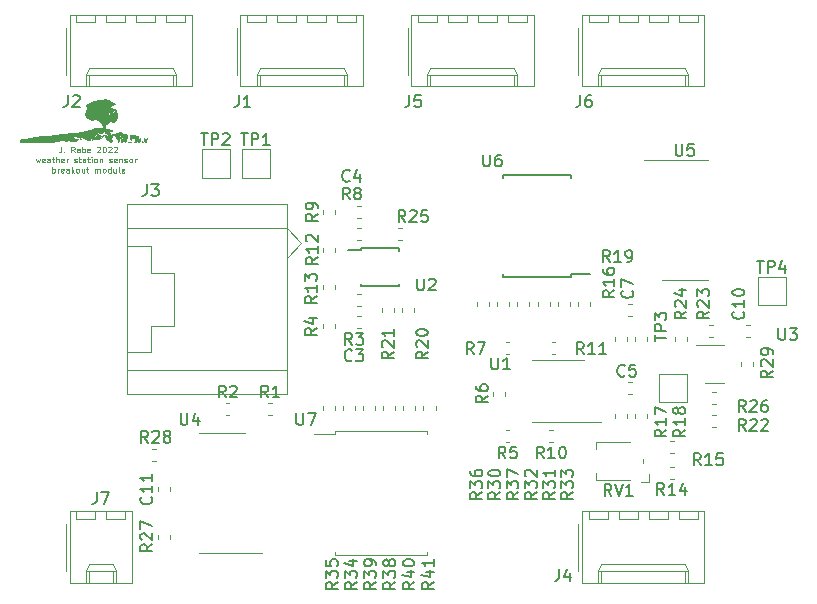
<source format=gto>
G04 #@! TF.GenerationSoftware,KiCad,Pcbnew,(5.1.6)-1*
G04 #@! TF.CreationDate,2022-06-26T17:52:01+10:00*
G04 #@! TF.ProjectId,sensors,73656e73-6f72-4732-9e6b-696361645f70,rev?*
G04 #@! TF.SameCoordinates,Original*
G04 #@! TF.FileFunction,Legend,Top*
G04 #@! TF.FilePolarity,Positive*
%FSLAX46Y46*%
G04 Gerber Fmt 4.6, Leading zero omitted, Abs format (unit mm)*
G04 Created by KiCad (PCBNEW (5.1.6)-1) date 2022-06-26 17:52:01*
%MOMM*%
%LPD*%
G01*
G04 APERTURE LIST*
%ADD10C,0.100000*%
%ADD11C,0.010000*%
%ADD12C,0.120000*%
%ADD13C,0.150000*%
G04 APERTURE END LIST*
D10*
X104302380Y-77126190D02*
X104302380Y-77483333D01*
X104278571Y-77554761D01*
X104230952Y-77602380D01*
X104159523Y-77626190D01*
X104111904Y-77626190D01*
X104540476Y-77578571D02*
X104564285Y-77602380D01*
X104540476Y-77626190D01*
X104516666Y-77602380D01*
X104540476Y-77578571D01*
X104540476Y-77626190D01*
X105445238Y-77626190D02*
X105278571Y-77388095D01*
X105159523Y-77626190D02*
X105159523Y-77126190D01*
X105350000Y-77126190D01*
X105397619Y-77150000D01*
X105421428Y-77173809D01*
X105445238Y-77221428D01*
X105445238Y-77292857D01*
X105421428Y-77340476D01*
X105397619Y-77364285D01*
X105350000Y-77388095D01*
X105159523Y-77388095D01*
X105873809Y-77626190D02*
X105873809Y-77364285D01*
X105850000Y-77316666D01*
X105802380Y-77292857D01*
X105707142Y-77292857D01*
X105659523Y-77316666D01*
X105873809Y-77602380D02*
X105826190Y-77626190D01*
X105707142Y-77626190D01*
X105659523Y-77602380D01*
X105635714Y-77554761D01*
X105635714Y-77507142D01*
X105659523Y-77459523D01*
X105707142Y-77435714D01*
X105826190Y-77435714D01*
X105873809Y-77411904D01*
X106111904Y-77626190D02*
X106111904Y-77126190D01*
X106111904Y-77316666D02*
X106159523Y-77292857D01*
X106254761Y-77292857D01*
X106302380Y-77316666D01*
X106326190Y-77340476D01*
X106350000Y-77388095D01*
X106350000Y-77530952D01*
X106326190Y-77578571D01*
X106302380Y-77602380D01*
X106254761Y-77626190D01*
X106159523Y-77626190D01*
X106111904Y-77602380D01*
X106754761Y-77602380D02*
X106707142Y-77626190D01*
X106611904Y-77626190D01*
X106564285Y-77602380D01*
X106540476Y-77554761D01*
X106540476Y-77364285D01*
X106564285Y-77316666D01*
X106611904Y-77292857D01*
X106707142Y-77292857D01*
X106754761Y-77316666D01*
X106778571Y-77364285D01*
X106778571Y-77411904D01*
X106540476Y-77459523D01*
X107350000Y-77173809D02*
X107373809Y-77150000D01*
X107421428Y-77126190D01*
X107540476Y-77126190D01*
X107588095Y-77150000D01*
X107611904Y-77173809D01*
X107635714Y-77221428D01*
X107635714Y-77269047D01*
X107611904Y-77340476D01*
X107326190Y-77626190D01*
X107635714Y-77626190D01*
X107945238Y-77126190D02*
X107992857Y-77126190D01*
X108040476Y-77150000D01*
X108064285Y-77173809D01*
X108088095Y-77221428D01*
X108111904Y-77316666D01*
X108111904Y-77435714D01*
X108088095Y-77530952D01*
X108064285Y-77578571D01*
X108040476Y-77602380D01*
X107992857Y-77626190D01*
X107945238Y-77626190D01*
X107897619Y-77602380D01*
X107873809Y-77578571D01*
X107850000Y-77530952D01*
X107826190Y-77435714D01*
X107826190Y-77316666D01*
X107850000Y-77221428D01*
X107873809Y-77173809D01*
X107897619Y-77150000D01*
X107945238Y-77126190D01*
X108302380Y-77173809D02*
X108326190Y-77150000D01*
X108373809Y-77126190D01*
X108492857Y-77126190D01*
X108540476Y-77150000D01*
X108564285Y-77173809D01*
X108588095Y-77221428D01*
X108588095Y-77269047D01*
X108564285Y-77340476D01*
X108278571Y-77626190D01*
X108588095Y-77626190D01*
X108778571Y-77173809D02*
X108802380Y-77150000D01*
X108850000Y-77126190D01*
X108969047Y-77126190D01*
X109016666Y-77150000D01*
X109040476Y-77173809D01*
X109064285Y-77221428D01*
X109064285Y-77269047D01*
X109040476Y-77340476D01*
X108754761Y-77626190D01*
X109064285Y-77626190D01*
X102147619Y-78142857D02*
X102242857Y-78476190D01*
X102338095Y-78238095D01*
X102433333Y-78476190D01*
X102528571Y-78142857D01*
X102909523Y-78452380D02*
X102861904Y-78476190D01*
X102766666Y-78476190D01*
X102719047Y-78452380D01*
X102695238Y-78404761D01*
X102695238Y-78214285D01*
X102719047Y-78166666D01*
X102766666Y-78142857D01*
X102861904Y-78142857D01*
X102909523Y-78166666D01*
X102933333Y-78214285D01*
X102933333Y-78261904D01*
X102695238Y-78309523D01*
X103361904Y-78476190D02*
X103361904Y-78214285D01*
X103338095Y-78166666D01*
X103290476Y-78142857D01*
X103195238Y-78142857D01*
X103147619Y-78166666D01*
X103361904Y-78452380D02*
X103314285Y-78476190D01*
X103195238Y-78476190D01*
X103147619Y-78452380D01*
X103123809Y-78404761D01*
X103123809Y-78357142D01*
X103147619Y-78309523D01*
X103195238Y-78285714D01*
X103314285Y-78285714D01*
X103361904Y-78261904D01*
X103528571Y-78142857D02*
X103719047Y-78142857D01*
X103600000Y-77976190D02*
X103600000Y-78404761D01*
X103623809Y-78452380D01*
X103671428Y-78476190D01*
X103719047Y-78476190D01*
X103885714Y-78476190D02*
X103885714Y-77976190D01*
X104100000Y-78476190D02*
X104100000Y-78214285D01*
X104076190Y-78166666D01*
X104028571Y-78142857D01*
X103957142Y-78142857D01*
X103909523Y-78166666D01*
X103885714Y-78190476D01*
X104528571Y-78452380D02*
X104480952Y-78476190D01*
X104385714Y-78476190D01*
X104338095Y-78452380D01*
X104314285Y-78404761D01*
X104314285Y-78214285D01*
X104338095Y-78166666D01*
X104385714Y-78142857D01*
X104480952Y-78142857D01*
X104528571Y-78166666D01*
X104552380Y-78214285D01*
X104552380Y-78261904D01*
X104314285Y-78309523D01*
X104766666Y-78476190D02*
X104766666Y-78142857D01*
X104766666Y-78238095D02*
X104790476Y-78190476D01*
X104814285Y-78166666D01*
X104861904Y-78142857D01*
X104909523Y-78142857D01*
X105433333Y-78452380D02*
X105480952Y-78476190D01*
X105576190Y-78476190D01*
X105623809Y-78452380D01*
X105647619Y-78404761D01*
X105647619Y-78380952D01*
X105623809Y-78333333D01*
X105576190Y-78309523D01*
X105504761Y-78309523D01*
X105457142Y-78285714D01*
X105433333Y-78238095D01*
X105433333Y-78214285D01*
X105457142Y-78166666D01*
X105504761Y-78142857D01*
X105576190Y-78142857D01*
X105623809Y-78166666D01*
X105790476Y-78142857D02*
X105980952Y-78142857D01*
X105861904Y-77976190D02*
X105861904Y-78404761D01*
X105885714Y-78452380D01*
X105933333Y-78476190D01*
X105980952Y-78476190D01*
X106361904Y-78476190D02*
X106361904Y-78214285D01*
X106338095Y-78166666D01*
X106290476Y-78142857D01*
X106195238Y-78142857D01*
X106147619Y-78166666D01*
X106361904Y-78452380D02*
X106314285Y-78476190D01*
X106195238Y-78476190D01*
X106147619Y-78452380D01*
X106123809Y-78404761D01*
X106123809Y-78357142D01*
X106147619Y-78309523D01*
X106195238Y-78285714D01*
X106314285Y-78285714D01*
X106361904Y-78261904D01*
X106528571Y-78142857D02*
X106719047Y-78142857D01*
X106600000Y-77976190D02*
X106600000Y-78404761D01*
X106623809Y-78452380D01*
X106671428Y-78476190D01*
X106719047Y-78476190D01*
X106885714Y-78476190D02*
X106885714Y-78142857D01*
X106885714Y-77976190D02*
X106861904Y-78000000D01*
X106885714Y-78023809D01*
X106909523Y-78000000D01*
X106885714Y-77976190D01*
X106885714Y-78023809D01*
X107195238Y-78476190D02*
X107147619Y-78452380D01*
X107123809Y-78428571D01*
X107100000Y-78380952D01*
X107100000Y-78238095D01*
X107123809Y-78190476D01*
X107147619Y-78166666D01*
X107195238Y-78142857D01*
X107266666Y-78142857D01*
X107314285Y-78166666D01*
X107338095Y-78190476D01*
X107361904Y-78238095D01*
X107361904Y-78380952D01*
X107338095Y-78428571D01*
X107314285Y-78452380D01*
X107266666Y-78476190D01*
X107195238Y-78476190D01*
X107576190Y-78142857D02*
X107576190Y-78476190D01*
X107576190Y-78190476D02*
X107600000Y-78166666D01*
X107647619Y-78142857D01*
X107719047Y-78142857D01*
X107766666Y-78166666D01*
X107790476Y-78214285D01*
X107790476Y-78476190D01*
X108385714Y-78452380D02*
X108433333Y-78476190D01*
X108528571Y-78476190D01*
X108576190Y-78452380D01*
X108600000Y-78404761D01*
X108600000Y-78380952D01*
X108576190Y-78333333D01*
X108528571Y-78309523D01*
X108457142Y-78309523D01*
X108409523Y-78285714D01*
X108385714Y-78238095D01*
X108385714Y-78214285D01*
X108409523Y-78166666D01*
X108457142Y-78142857D01*
X108528571Y-78142857D01*
X108576190Y-78166666D01*
X109004761Y-78452380D02*
X108957142Y-78476190D01*
X108861904Y-78476190D01*
X108814285Y-78452380D01*
X108790476Y-78404761D01*
X108790476Y-78214285D01*
X108814285Y-78166666D01*
X108861904Y-78142857D01*
X108957142Y-78142857D01*
X109004761Y-78166666D01*
X109028571Y-78214285D01*
X109028571Y-78261904D01*
X108790476Y-78309523D01*
X109242857Y-78142857D02*
X109242857Y-78476190D01*
X109242857Y-78190476D02*
X109266666Y-78166666D01*
X109314285Y-78142857D01*
X109385714Y-78142857D01*
X109433333Y-78166666D01*
X109457142Y-78214285D01*
X109457142Y-78476190D01*
X109671428Y-78452380D02*
X109719047Y-78476190D01*
X109814285Y-78476190D01*
X109861904Y-78452380D01*
X109885714Y-78404761D01*
X109885714Y-78380952D01*
X109861904Y-78333333D01*
X109814285Y-78309523D01*
X109742857Y-78309523D01*
X109695238Y-78285714D01*
X109671428Y-78238095D01*
X109671428Y-78214285D01*
X109695238Y-78166666D01*
X109742857Y-78142857D01*
X109814285Y-78142857D01*
X109861904Y-78166666D01*
X110171428Y-78476190D02*
X110123809Y-78452380D01*
X110100000Y-78428571D01*
X110076190Y-78380952D01*
X110076190Y-78238095D01*
X110100000Y-78190476D01*
X110123809Y-78166666D01*
X110171428Y-78142857D01*
X110242857Y-78142857D01*
X110290476Y-78166666D01*
X110314285Y-78190476D01*
X110338095Y-78238095D01*
X110338095Y-78380952D01*
X110314285Y-78428571D01*
X110290476Y-78452380D01*
X110242857Y-78476190D01*
X110171428Y-78476190D01*
X110552380Y-78476190D02*
X110552380Y-78142857D01*
X110552380Y-78238095D02*
X110576190Y-78190476D01*
X110600000Y-78166666D01*
X110647619Y-78142857D01*
X110695238Y-78142857D01*
X103552380Y-79326190D02*
X103552380Y-78826190D01*
X103552380Y-79016666D02*
X103600000Y-78992857D01*
X103695238Y-78992857D01*
X103742857Y-79016666D01*
X103766666Y-79040476D01*
X103790476Y-79088095D01*
X103790476Y-79230952D01*
X103766666Y-79278571D01*
X103742857Y-79302380D01*
X103695238Y-79326190D01*
X103600000Y-79326190D01*
X103552380Y-79302380D01*
X104004761Y-79326190D02*
X104004761Y-78992857D01*
X104004761Y-79088095D02*
X104028571Y-79040476D01*
X104052380Y-79016666D01*
X104100000Y-78992857D01*
X104147619Y-78992857D01*
X104504761Y-79302380D02*
X104457142Y-79326190D01*
X104361904Y-79326190D01*
X104314285Y-79302380D01*
X104290476Y-79254761D01*
X104290476Y-79064285D01*
X104314285Y-79016666D01*
X104361904Y-78992857D01*
X104457142Y-78992857D01*
X104504761Y-79016666D01*
X104528571Y-79064285D01*
X104528571Y-79111904D01*
X104290476Y-79159523D01*
X104957142Y-79326190D02*
X104957142Y-79064285D01*
X104933333Y-79016666D01*
X104885714Y-78992857D01*
X104790476Y-78992857D01*
X104742857Y-79016666D01*
X104957142Y-79302380D02*
X104909523Y-79326190D01*
X104790476Y-79326190D01*
X104742857Y-79302380D01*
X104719047Y-79254761D01*
X104719047Y-79207142D01*
X104742857Y-79159523D01*
X104790476Y-79135714D01*
X104909523Y-79135714D01*
X104957142Y-79111904D01*
X105195238Y-79326190D02*
X105195238Y-78826190D01*
X105242857Y-79135714D02*
X105385714Y-79326190D01*
X105385714Y-78992857D02*
X105195238Y-79183333D01*
X105671428Y-79326190D02*
X105623809Y-79302380D01*
X105600000Y-79278571D01*
X105576190Y-79230952D01*
X105576190Y-79088095D01*
X105600000Y-79040476D01*
X105623809Y-79016666D01*
X105671428Y-78992857D01*
X105742857Y-78992857D01*
X105790476Y-79016666D01*
X105814285Y-79040476D01*
X105838095Y-79088095D01*
X105838095Y-79230952D01*
X105814285Y-79278571D01*
X105790476Y-79302380D01*
X105742857Y-79326190D01*
X105671428Y-79326190D01*
X106266666Y-78992857D02*
X106266666Y-79326190D01*
X106052380Y-78992857D02*
X106052380Y-79254761D01*
X106076190Y-79302380D01*
X106123809Y-79326190D01*
X106195238Y-79326190D01*
X106242857Y-79302380D01*
X106266666Y-79278571D01*
X106433333Y-78992857D02*
X106623809Y-78992857D01*
X106504761Y-78826190D02*
X106504761Y-79254761D01*
X106528571Y-79302380D01*
X106576190Y-79326190D01*
X106623809Y-79326190D01*
X107171428Y-79326190D02*
X107171428Y-78992857D01*
X107171428Y-79040476D02*
X107195238Y-79016666D01*
X107242857Y-78992857D01*
X107314285Y-78992857D01*
X107361904Y-79016666D01*
X107385714Y-79064285D01*
X107385714Y-79326190D01*
X107385714Y-79064285D02*
X107409523Y-79016666D01*
X107457142Y-78992857D01*
X107528571Y-78992857D01*
X107576190Y-79016666D01*
X107600000Y-79064285D01*
X107600000Y-79326190D01*
X107909523Y-79326190D02*
X107861904Y-79302380D01*
X107838095Y-79278571D01*
X107814285Y-79230952D01*
X107814285Y-79088095D01*
X107838095Y-79040476D01*
X107861904Y-79016666D01*
X107909523Y-78992857D01*
X107980952Y-78992857D01*
X108028571Y-79016666D01*
X108052380Y-79040476D01*
X108076190Y-79088095D01*
X108076190Y-79230952D01*
X108052380Y-79278571D01*
X108028571Y-79302380D01*
X107980952Y-79326190D01*
X107909523Y-79326190D01*
X108504761Y-79326190D02*
X108504761Y-78826190D01*
X108504761Y-79302380D02*
X108457142Y-79326190D01*
X108361904Y-79326190D01*
X108314285Y-79302380D01*
X108290476Y-79278571D01*
X108266666Y-79230952D01*
X108266666Y-79088095D01*
X108290476Y-79040476D01*
X108314285Y-79016666D01*
X108361904Y-78992857D01*
X108457142Y-78992857D01*
X108504761Y-79016666D01*
X108957142Y-78992857D02*
X108957142Y-79326190D01*
X108742857Y-78992857D02*
X108742857Y-79254761D01*
X108766666Y-79302380D01*
X108814285Y-79326190D01*
X108885714Y-79326190D01*
X108933333Y-79302380D01*
X108957142Y-79278571D01*
X109266666Y-79326190D02*
X109219047Y-79302380D01*
X109195238Y-79254761D01*
X109195238Y-78826190D01*
X109647619Y-79302380D02*
X109600000Y-79326190D01*
X109504761Y-79326190D01*
X109457142Y-79302380D01*
X109433333Y-79254761D01*
X109433333Y-79064285D01*
X109457142Y-79016666D01*
X109504761Y-78992857D01*
X109600000Y-78992857D01*
X109647619Y-79016666D01*
X109671428Y-79064285D01*
X109671428Y-79111904D01*
X109433333Y-79159523D01*
D11*
G36*
X108218532Y-73148632D02*
G01*
X108320772Y-73180542D01*
X108324000Y-73190140D01*
X108395304Y-73275881D01*
X108569893Y-73369208D01*
X108599167Y-73380536D01*
X108874333Y-73482305D01*
X108620333Y-73596667D01*
X108473464Y-73673706D01*
X108442280Y-73714562D01*
X108451000Y-73716144D01*
X108466059Y-73755372D01*
X108408667Y-73803333D01*
X108341430Y-73866730D01*
X108424749Y-73893625D01*
X108472167Y-73897286D01*
X108779144Y-73940129D01*
X108932301Y-74026290D01*
X108943639Y-74164784D01*
X108914936Y-74229899D01*
X108869413Y-74345459D01*
X108934529Y-74350554D01*
X108966560Y-74339050D01*
X109054576Y-74327041D01*
X109071236Y-74412996D01*
X109042863Y-74568992D01*
X108938873Y-74864433D01*
X108794531Y-75015462D01*
X108621560Y-75010562D01*
X108603105Y-75001033D01*
X108464106Y-74974664D01*
X108312744Y-75076114D01*
X108269517Y-75120775D01*
X108119292Y-75246453D01*
X108040033Y-75221312D01*
X108039077Y-75219109D01*
X108012828Y-75217393D01*
X108006328Y-75350434D01*
X108007219Y-75374099D01*
X108039671Y-75559718D01*
X108151057Y-75635505D01*
X108275853Y-75652118D01*
X108487650Y-75693019D01*
X108618952Y-75758535D01*
X108646044Y-75812564D01*
X108565397Y-75792244D01*
X108417386Y-75783314D01*
X108369352Y-75877479D01*
X108431728Y-76034110D01*
X108486086Y-76101059D01*
X108594225Y-76252972D01*
X108612267Y-76356384D01*
X108516166Y-76384097D01*
X108378831Y-76321986D01*
X108266913Y-76210745D01*
X108240335Y-76131666D01*
X108324000Y-76131666D01*
X108366333Y-76174000D01*
X108408667Y-76131666D01*
X108366333Y-76089333D01*
X108324000Y-76131666D01*
X108240335Y-76131666D01*
X108239333Y-76128687D01*
X108171108Y-76020203D01*
X108107336Y-76004666D01*
X108017859Y-75966228D01*
X108024051Y-75925850D01*
X108016199Y-75816955D01*
X107995586Y-75799336D01*
X107904759Y-75821103D01*
X107869862Y-75878152D01*
X107753086Y-75984589D01*
X107571920Y-75991599D01*
X107409552Y-75903018D01*
X107355113Y-75867635D01*
X107384615Y-75962315D01*
X107413785Y-76026223D01*
X107524735Y-76186339D01*
X107676684Y-76215362D01*
X107731333Y-76205853D01*
X107943000Y-76160629D01*
X107731333Y-76332489D01*
X107483783Y-76457956D01*
X107328067Y-76456720D01*
X107116284Y-76465325D01*
X106994315Y-76524378D01*
X106906780Y-76577877D01*
X106910261Y-76542705D01*
X106895666Y-76437118D01*
X106829729Y-76392545D01*
X106781541Y-76385666D01*
X107477333Y-76385666D01*
X107519667Y-76428000D01*
X107562000Y-76385666D01*
X107519667Y-76343333D01*
X107477333Y-76385666D01*
X106781541Y-76385666D01*
X106681522Y-76371388D01*
X106636273Y-76427246D01*
X106717785Y-76515973D01*
X106793966Y-76579391D01*
X106712523Y-76595877D01*
X106700214Y-76596036D01*
X106528237Y-76540529D01*
X106422869Y-76462107D01*
X106251917Y-76373173D01*
X106114300Y-76340643D01*
X107059095Y-76340643D01*
X107126182Y-76300701D01*
X107151371Y-76280567D01*
X107290191Y-76221304D01*
X107355332Y-76238234D01*
X107377717Y-76237309D01*
X107337744Y-76174000D01*
X107228155Y-75991924D01*
X107194527Y-75920000D01*
X107159131Y-75867552D01*
X107159878Y-75962333D01*
X107136770Y-76168639D01*
X107099134Y-76258666D01*
X107059095Y-76340643D01*
X106114300Y-76340643D01*
X105960508Y-76304290D01*
X105760654Y-76279289D01*
X105477635Y-76257140D01*
X105333972Y-76260606D01*
X105300749Y-76296385D01*
X105349047Y-76371177D01*
X105351453Y-76374093D01*
X105527677Y-76474604D01*
X105636637Y-76463360D01*
X105761791Y-76453658D01*
X105768662Y-76516345D01*
X105667004Y-76595085D01*
X105471605Y-76645512D01*
X105256840Y-76658901D01*
X105097087Y-76626530D01*
X105065273Y-76598853D01*
X105004618Y-76577091D01*
X105228055Y-76577091D01*
X105311278Y-76590649D01*
X105421092Y-76575082D01*
X105422403Y-76546180D01*
X105309086Y-76525969D01*
X105260125Y-76539496D01*
X105228055Y-76577091D01*
X105004618Y-76577091D01*
X104951927Y-76558187D01*
X104858660Y-76594125D01*
X104712778Y-76639426D01*
X104654812Y-76625256D01*
X104524270Y-76574453D01*
X104338224Y-76565314D01*
X104191455Y-76599157D01*
X104168811Y-76618497D01*
X104069629Y-76648109D01*
X103836279Y-76675352D01*
X103499625Y-76699497D01*
X103090533Y-76719809D01*
X102639868Y-76735559D01*
X102178496Y-76746012D01*
X101737281Y-76750439D01*
X101347089Y-76748106D01*
X101038785Y-76738282D01*
X100843234Y-76720234D01*
X100788667Y-76698654D01*
X100826908Y-76596812D01*
X100962033Y-76526196D01*
X101224647Y-76473822D01*
X101359195Y-76456591D01*
X101703304Y-76403946D01*
X102074121Y-76329749D01*
X102179355Y-76304778D01*
X102286684Y-76286888D01*
X104034222Y-76286888D01*
X104045844Y-76337223D01*
X104090667Y-76343333D01*
X104160357Y-76312355D01*
X104147111Y-76286888D01*
X104372889Y-76286888D01*
X104384511Y-76337223D01*
X104429333Y-76343333D01*
X104499023Y-76312355D01*
X104485778Y-76286888D01*
X104385298Y-76276755D01*
X104372889Y-76286888D01*
X104147111Y-76286888D01*
X104046631Y-76276755D01*
X104034222Y-76286888D01*
X102286684Y-76286888D01*
X102527256Y-76246789D01*
X102895168Y-76227697D01*
X103002825Y-76232301D01*
X103324458Y-76228186D01*
X103698281Y-76182366D01*
X103898136Y-76140575D01*
X103944062Y-76131666D01*
X106207333Y-76131666D01*
X106249667Y-76174000D01*
X106269909Y-76153757D01*
X106413388Y-76153757D01*
X106496611Y-76167315D01*
X106606425Y-76151749D01*
X106607335Y-76131666D01*
X106800000Y-76131666D01*
X106842333Y-76174000D01*
X106884667Y-76131666D01*
X106842333Y-76089333D01*
X106800000Y-76131666D01*
X106607335Y-76131666D01*
X106607736Y-76122847D01*
X106494419Y-76102635D01*
X106445458Y-76116163D01*
X106413388Y-76153757D01*
X106269909Y-76153757D01*
X106292000Y-76131666D01*
X106249667Y-76089333D01*
X106207333Y-76131666D01*
X103944062Y-76131666D01*
X104203589Y-76081322D01*
X104610550Y-76026709D01*
X105051238Y-75985151D01*
X105252903Y-75972409D01*
X105635537Y-75945194D01*
X105967673Y-75907699D01*
X106204270Y-75865733D01*
X106284503Y-75839345D01*
X106505176Y-75767409D01*
X106657067Y-75750666D01*
X106863977Y-75698416D01*
X106975281Y-75616499D01*
X107099338Y-75532266D01*
X107302896Y-75519409D01*
X107451315Y-75537020D01*
X107678900Y-75562714D01*
X107785349Y-75539381D01*
X107815256Y-75452725D01*
X107816000Y-75420106D01*
X107759318Y-75251283D01*
X107618964Y-75049507D01*
X107577950Y-75004983D01*
X107458012Y-74904000D01*
X108154667Y-74904000D01*
X108185645Y-74973690D01*
X108211111Y-74960444D01*
X108221244Y-74859964D01*
X108211111Y-74847555D01*
X108160777Y-74859177D01*
X108154667Y-74904000D01*
X107458012Y-74904000D01*
X107387962Y-74845022D01*
X107232362Y-74809358D01*
X107161824Y-74827336D01*
X106868627Y-74853574D01*
X106586469Y-74743346D01*
X106536996Y-74692333D01*
X107054000Y-74692333D01*
X107096333Y-74734666D01*
X107138667Y-74692333D01*
X107985333Y-74692333D01*
X108027667Y-74734666D01*
X108070000Y-74692333D01*
X108027667Y-74650000D01*
X107985333Y-74692333D01*
X107138667Y-74692333D01*
X107096333Y-74650000D01*
X107054000Y-74692333D01*
X106536996Y-74692333D01*
X106395313Y-74546241D01*
X106339897Y-74438333D01*
X106630667Y-74438333D01*
X106673000Y-74480666D01*
X107138667Y-74480666D01*
X107169645Y-74550356D01*
X107195111Y-74537111D01*
X107205244Y-74436631D01*
X107195111Y-74424222D01*
X107144777Y-74435844D01*
X107138667Y-74480666D01*
X106673000Y-74480666D01*
X106715333Y-74438333D01*
X106673000Y-74396000D01*
X106630667Y-74438333D01*
X106339897Y-74438333D01*
X106308550Y-74377296D01*
X106319191Y-74293093D01*
X108286140Y-74293093D01*
X108302023Y-74341371D01*
X108363483Y-74508716D01*
X108375620Y-74586500D01*
X108395346Y-74756935D01*
X108427935Y-74814851D01*
X108454430Y-74819333D01*
X108478955Y-74744520D01*
X108483777Y-74558135D01*
X108480730Y-74489476D01*
X108447245Y-74266951D01*
X108378105Y-74196345D01*
X108350786Y-74202014D01*
X108286140Y-74293093D01*
X106319191Y-74293093D01*
X106323118Y-74262029D01*
X106384902Y-74184333D01*
X107308000Y-74184333D01*
X107350333Y-74226666D01*
X107392667Y-74184333D01*
X107388355Y-74180021D01*
X108633703Y-74180021D01*
X108637461Y-74265930D01*
X108709312Y-74255629D01*
X108818643Y-74172270D01*
X108832000Y-74132941D01*
X108785625Y-74059562D01*
X108692706Y-74093224D01*
X108633703Y-74180021D01*
X107388355Y-74180021D01*
X107350333Y-74142000D01*
X107308000Y-74184333D01*
X106384902Y-74184333D01*
X106415427Y-74145947D01*
X106520931Y-73982437D01*
X106503401Y-73845666D01*
X107646667Y-73845666D01*
X107689000Y-73888000D01*
X107731333Y-73845666D01*
X107689000Y-73803333D01*
X107646667Y-73845666D01*
X106503401Y-73845666D01*
X106499274Y-73813467D01*
X106478945Y-73765843D01*
X106432189Y-73628019D01*
X106478324Y-73546069D01*
X106572125Y-73507000D01*
X108578000Y-73507000D01*
X108620333Y-73549333D01*
X108662667Y-73507000D01*
X108620333Y-73464666D01*
X108578000Y-73507000D01*
X106572125Y-73507000D01*
X106649736Y-73474675D01*
X106698345Y-73458819D01*
X106927164Y-73374085D01*
X107090095Y-73294360D01*
X107107750Y-73282024D01*
X107181574Y-73253000D01*
X107985333Y-73253000D01*
X108027667Y-73295333D01*
X108070000Y-73253000D01*
X108027667Y-73210666D01*
X107985333Y-73253000D01*
X107181574Y-73253000D01*
X107242872Y-73228901D01*
X107471605Y-73185216D01*
X107743855Y-73154753D01*
X108009528Y-73141297D01*
X108218532Y-73148632D01*
G37*
X108218532Y-73148632D02*
X108320772Y-73180542D01*
X108324000Y-73190140D01*
X108395304Y-73275881D01*
X108569893Y-73369208D01*
X108599167Y-73380536D01*
X108874333Y-73482305D01*
X108620333Y-73596667D01*
X108473464Y-73673706D01*
X108442280Y-73714562D01*
X108451000Y-73716144D01*
X108466059Y-73755372D01*
X108408667Y-73803333D01*
X108341430Y-73866730D01*
X108424749Y-73893625D01*
X108472167Y-73897286D01*
X108779144Y-73940129D01*
X108932301Y-74026290D01*
X108943639Y-74164784D01*
X108914936Y-74229899D01*
X108869413Y-74345459D01*
X108934529Y-74350554D01*
X108966560Y-74339050D01*
X109054576Y-74327041D01*
X109071236Y-74412996D01*
X109042863Y-74568992D01*
X108938873Y-74864433D01*
X108794531Y-75015462D01*
X108621560Y-75010562D01*
X108603105Y-75001033D01*
X108464106Y-74974664D01*
X108312744Y-75076114D01*
X108269517Y-75120775D01*
X108119292Y-75246453D01*
X108040033Y-75221312D01*
X108039077Y-75219109D01*
X108012828Y-75217393D01*
X108006328Y-75350434D01*
X108007219Y-75374099D01*
X108039671Y-75559718D01*
X108151057Y-75635505D01*
X108275853Y-75652118D01*
X108487650Y-75693019D01*
X108618952Y-75758535D01*
X108646044Y-75812564D01*
X108565397Y-75792244D01*
X108417386Y-75783314D01*
X108369352Y-75877479D01*
X108431728Y-76034110D01*
X108486086Y-76101059D01*
X108594225Y-76252972D01*
X108612267Y-76356384D01*
X108516166Y-76384097D01*
X108378831Y-76321986D01*
X108266913Y-76210745D01*
X108240335Y-76131666D01*
X108324000Y-76131666D01*
X108366333Y-76174000D01*
X108408667Y-76131666D01*
X108366333Y-76089333D01*
X108324000Y-76131666D01*
X108240335Y-76131666D01*
X108239333Y-76128687D01*
X108171108Y-76020203D01*
X108107336Y-76004666D01*
X108017859Y-75966228D01*
X108024051Y-75925850D01*
X108016199Y-75816955D01*
X107995586Y-75799336D01*
X107904759Y-75821103D01*
X107869862Y-75878152D01*
X107753086Y-75984589D01*
X107571920Y-75991599D01*
X107409552Y-75903018D01*
X107355113Y-75867635D01*
X107384615Y-75962315D01*
X107413785Y-76026223D01*
X107524735Y-76186339D01*
X107676684Y-76215362D01*
X107731333Y-76205853D01*
X107943000Y-76160629D01*
X107731333Y-76332489D01*
X107483783Y-76457956D01*
X107328067Y-76456720D01*
X107116284Y-76465325D01*
X106994315Y-76524378D01*
X106906780Y-76577877D01*
X106910261Y-76542705D01*
X106895666Y-76437118D01*
X106829729Y-76392545D01*
X106781541Y-76385666D01*
X107477333Y-76385666D01*
X107519667Y-76428000D01*
X107562000Y-76385666D01*
X107519667Y-76343333D01*
X107477333Y-76385666D01*
X106781541Y-76385666D01*
X106681522Y-76371388D01*
X106636273Y-76427246D01*
X106717785Y-76515973D01*
X106793966Y-76579391D01*
X106712523Y-76595877D01*
X106700214Y-76596036D01*
X106528237Y-76540529D01*
X106422869Y-76462107D01*
X106251917Y-76373173D01*
X106114300Y-76340643D01*
X107059095Y-76340643D01*
X107126182Y-76300701D01*
X107151371Y-76280567D01*
X107290191Y-76221304D01*
X107355332Y-76238234D01*
X107377717Y-76237309D01*
X107337744Y-76174000D01*
X107228155Y-75991924D01*
X107194527Y-75920000D01*
X107159131Y-75867552D01*
X107159878Y-75962333D01*
X107136770Y-76168639D01*
X107099134Y-76258666D01*
X107059095Y-76340643D01*
X106114300Y-76340643D01*
X105960508Y-76304290D01*
X105760654Y-76279289D01*
X105477635Y-76257140D01*
X105333972Y-76260606D01*
X105300749Y-76296385D01*
X105349047Y-76371177D01*
X105351453Y-76374093D01*
X105527677Y-76474604D01*
X105636637Y-76463360D01*
X105761791Y-76453658D01*
X105768662Y-76516345D01*
X105667004Y-76595085D01*
X105471605Y-76645512D01*
X105256840Y-76658901D01*
X105097087Y-76626530D01*
X105065273Y-76598853D01*
X105004618Y-76577091D01*
X105228055Y-76577091D01*
X105311278Y-76590649D01*
X105421092Y-76575082D01*
X105422403Y-76546180D01*
X105309086Y-76525969D01*
X105260125Y-76539496D01*
X105228055Y-76577091D01*
X105004618Y-76577091D01*
X104951927Y-76558187D01*
X104858660Y-76594125D01*
X104712778Y-76639426D01*
X104654812Y-76625256D01*
X104524270Y-76574453D01*
X104338224Y-76565314D01*
X104191455Y-76599157D01*
X104168811Y-76618497D01*
X104069629Y-76648109D01*
X103836279Y-76675352D01*
X103499625Y-76699497D01*
X103090533Y-76719809D01*
X102639868Y-76735559D01*
X102178496Y-76746012D01*
X101737281Y-76750439D01*
X101347089Y-76748106D01*
X101038785Y-76738282D01*
X100843234Y-76720234D01*
X100788667Y-76698654D01*
X100826908Y-76596812D01*
X100962033Y-76526196D01*
X101224647Y-76473822D01*
X101359195Y-76456591D01*
X101703304Y-76403946D01*
X102074121Y-76329749D01*
X102179355Y-76304778D01*
X102286684Y-76286888D01*
X104034222Y-76286888D01*
X104045844Y-76337223D01*
X104090667Y-76343333D01*
X104160357Y-76312355D01*
X104147111Y-76286888D01*
X104372889Y-76286888D01*
X104384511Y-76337223D01*
X104429333Y-76343333D01*
X104499023Y-76312355D01*
X104485778Y-76286888D01*
X104385298Y-76276755D01*
X104372889Y-76286888D01*
X104147111Y-76286888D01*
X104046631Y-76276755D01*
X104034222Y-76286888D01*
X102286684Y-76286888D01*
X102527256Y-76246789D01*
X102895168Y-76227697D01*
X103002825Y-76232301D01*
X103324458Y-76228186D01*
X103698281Y-76182366D01*
X103898136Y-76140575D01*
X103944062Y-76131666D01*
X106207333Y-76131666D01*
X106249667Y-76174000D01*
X106269909Y-76153757D01*
X106413388Y-76153757D01*
X106496611Y-76167315D01*
X106606425Y-76151749D01*
X106607335Y-76131666D01*
X106800000Y-76131666D01*
X106842333Y-76174000D01*
X106884667Y-76131666D01*
X106842333Y-76089333D01*
X106800000Y-76131666D01*
X106607335Y-76131666D01*
X106607736Y-76122847D01*
X106494419Y-76102635D01*
X106445458Y-76116163D01*
X106413388Y-76153757D01*
X106269909Y-76153757D01*
X106292000Y-76131666D01*
X106249667Y-76089333D01*
X106207333Y-76131666D01*
X103944062Y-76131666D01*
X104203589Y-76081322D01*
X104610550Y-76026709D01*
X105051238Y-75985151D01*
X105252903Y-75972409D01*
X105635537Y-75945194D01*
X105967673Y-75907699D01*
X106204270Y-75865733D01*
X106284503Y-75839345D01*
X106505176Y-75767409D01*
X106657067Y-75750666D01*
X106863977Y-75698416D01*
X106975281Y-75616499D01*
X107099338Y-75532266D01*
X107302896Y-75519409D01*
X107451315Y-75537020D01*
X107678900Y-75562714D01*
X107785349Y-75539381D01*
X107815256Y-75452725D01*
X107816000Y-75420106D01*
X107759318Y-75251283D01*
X107618964Y-75049507D01*
X107577950Y-75004983D01*
X107458012Y-74904000D01*
X108154667Y-74904000D01*
X108185645Y-74973690D01*
X108211111Y-74960444D01*
X108221244Y-74859964D01*
X108211111Y-74847555D01*
X108160777Y-74859177D01*
X108154667Y-74904000D01*
X107458012Y-74904000D01*
X107387962Y-74845022D01*
X107232362Y-74809358D01*
X107161824Y-74827336D01*
X106868627Y-74853574D01*
X106586469Y-74743346D01*
X106536996Y-74692333D01*
X107054000Y-74692333D01*
X107096333Y-74734666D01*
X107138667Y-74692333D01*
X107985333Y-74692333D01*
X108027667Y-74734666D01*
X108070000Y-74692333D01*
X108027667Y-74650000D01*
X107985333Y-74692333D01*
X107138667Y-74692333D01*
X107096333Y-74650000D01*
X107054000Y-74692333D01*
X106536996Y-74692333D01*
X106395313Y-74546241D01*
X106339897Y-74438333D01*
X106630667Y-74438333D01*
X106673000Y-74480666D01*
X107138667Y-74480666D01*
X107169645Y-74550356D01*
X107195111Y-74537111D01*
X107205244Y-74436631D01*
X107195111Y-74424222D01*
X107144777Y-74435844D01*
X107138667Y-74480666D01*
X106673000Y-74480666D01*
X106715333Y-74438333D01*
X106673000Y-74396000D01*
X106630667Y-74438333D01*
X106339897Y-74438333D01*
X106308550Y-74377296D01*
X106319191Y-74293093D01*
X108286140Y-74293093D01*
X108302023Y-74341371D01*
X108363483Y-74508716D01*
X108375620Y-74586500D01*
X108395346Y-74756935D01*
X108427935Y-74814851D01*
X108454430Y-74819333D01*
X108478955Y-74744520D01*
X108483777Y-74558135D01*
X108480730Y-74489476D01*
X108447245Y-74266951D01*
X108378105Y-74196345D01*
X108350786Y-74202014D01*
X108286140Y-74293093D01*
X106319191Y-74293093D01*
X106323118Y-74262029D01*
X106384902Y-74184333D01*
X107308000Y-74184333D01*
X107350333Y-74226666D01*
X107392667Y-74184333D01*
X107388355Y-74180021D01*
X108633703Y-74180021D01*
X108637461Y-74265930D01*
X108709312Y-74255629D01*
X108818643Y-74172270D01*
X108832000Y-74132941D01*
X108785625Y-74059562D01*
X108692706Y-74093224D01*
X108633703Y-74180021D01*
X107388355Y-74180021D01*
X107350333Y-74142000D01*
X107308000Y-74184333D01*
X106384902Y-74184333D01*
X106415427Y-74145947D01*
X106520931Y-73982437D01*
X106503401Y-73845666D01*
X107646667Y-73845666D01*
X107689000Y-73888000D01*
X107731333Y-73845666D01*
X107689000Y-73803333D01*
X107646667Y-73845666D01*
X106503401Y-73845666D01*
X106499274Y-73813467D01*
X106478945Y-73765843D01*
X106432189Y-73628019D01*
X106478324Y-73546069D01*
X106572125Y-73507000D01*
X108578000Y-73507000D01*
X108620333Y-73549333D01*
X108662667Y-73507000D01*
X108620333Y-73464666D01*
X108578000Y-73507000D01*
X106572125Y-73507000D01*
X106649736Y-73474675D01*
X106698345Y-73458819D01*
X106927164Y-73374085D01*
X107090095Y-73294360D01*
X107107750Y-73282024D01*
X107181574Y-73253000D01*
X107985333Y-73253000D01*
X108027667Y-73295333D01*
X108070000Y-73253000D01*
X108027667Y-73210666D01*
X107985333Y-73253000D01*
X107181574Y-73253000D01*
X107242872Y-73228901D01*
X107471605Y-73185216D01*
X107743855Y-73154753D01*
X108009528Y-73141297D01*
X108218532Y-73148632D01*
G36*
X108150328Y-76160574D02*
G01*
X108191487Y-76241298D01*
X108303414Y-76387212D01*
X108450932Y-76475360D01*
X108596623Y-76569957D01*
X108595556Y-76657536D01*
X108508938Y-76704752D01*
X108352163Y-76641572D01*
X108284421Y-76599140D01*
X108218832Y-76540888D01*
X108352222Y-76540888D01*
X108363844Y-76591223D01*
X108408667Y-76597333D01*
X108478357Y-76566355D01*
X108465111Y-76540888D01*
X108364631Y-76530755D01*
X108352222Y-76540888D01*
X108218832Y-76540888D01*
X108096154Y-76431935D01*
X108014037Y-76265876D01*
X108056460Y-76141401D01*
X108071445Y-76130773D01*
X108150328Y-76160574D01*
G37*
X108150328Y-76160574D02*
X108191487Y-76241298D01*
X108303414Y-76387212D01*
X108450932Y-76475360D01*
X108596623Y-76569957D01*
X108595556Y-76657536D01*
X108508938Y-76704752D01*
X108352163Y-76641572D01*
X108284421Y-76599140D01*
X108218832Y-76540888D01*
X108352222Y-76540888D01*
X108363844Y-76591223D01*
X108408667Y-76597333D01*
X108478357Y-76566355D01*
X108465111Y-76540888D01*
X108364631Y-76530755D01*
X108352222Y-76540888D01*
X108218832Y-76540888D01*
X108096154Y-76431935D01*
X108014037Y-76265876D01*
X108056460Y-76141401D01*
X108071445Y-76130773D01*
X108150328Y-76160574D01*
G36*
X109226229Y-76649203D02*
G01*
X109213000Y-76682000D01*
X109136918Y-76762770D01*
X109123336Y-76766666D01*
X109086971Y-76701160D01*
X109086000Y-76682000D01*
X109151088Y-76600586D01*
X109175663Y-76597333D01*
X109226229Y-76649203D01*
G37*
X109226229Y-76649203D02*
X109213000Y-76682000D01*
X109136918Y-76762770D01*
X109123336Y-76766666D01*
X109086971Y-76701160D01*
X109086000Y-76682000D01*
X109151088Y-76600586D01*
X109175663Y-76597333D01*
X109226229Y-76649203D01*
G36*
X109432204Y-75970497D02*
G01*
X109467000Y-76004666D01*
X109586771Y-76076531D01*
X109678667Y-76089333D01*
X109853632Y-76141252D01*
X109907104Y-76266883D01*
X109856023Y-76375998D01*
X109802169Y-76495296D01*
X109814879Y-76535990D01*
X109823955Y-76641340D01*
X109803561Y-76685406D01*
X109727416Y-76734744D01*
X109661637Y-76669872D01*
X109583645Y-76601195D01*
X109538165Y-76660833D01*
X109454351Y-76757706D01*
X109375743Y-76745240D01*
X109372289Y-76635352D01*
X109373275Y-76632741D01*
X109418050Y-76499334D01*
X109424667Y-76466065D01*
X109489721Y-76451716D01*
X109530500Y-76459114D01*
X109589681Y-76462415D01*
X109572306Y-76449225D01*
X109546704Y-76359435D01*
X109560458Y-76329108D01*
X109533155Y-76304187D01*
X109397917Y-76353576D01*
X109370485Y-76367056D01*
X109125492Y-76449954D01*
X108966643Y-76417882D01*
X108916667Y-76293944D01*
X108846145Y-76196691D01*
X108747333Y-76174000D01*
X108687766Y-76160077D01*
X108923645Y-76160077D01*
X108967526Y-76157475D01*
X109019788Y-76141757D01*
X109171114Y-76148181D01*
X109223370Y-76190779D01*
X109229326Y-76245242D01*
X109189599Y-76228033D01*
X109071906Y-76228703D01*
X109044520Y-76257285D01*
X109069485Y-76325134D01*
X109165670Y-76343333D01*
X109305647Y-76293834D01*
X109340000Y-76221330D01*
X109281331Y-76069777D01*
X109133864Y-76042366D01*
X109023170Y-76091143D01*
X108923645Y-76160077D01*
X108687766Y-76160077D01*
X108609702Y-76141831D01*
X108578000Y-76097259D01*
X108644950Y-76052404D01*
X108737778Y-76062302D01*
X108895637Y-76056124D01*
X108954441Y-76012042D01*
X109080646Y-75938744D01*
X109270848Y-75924450D01*
X109432204Y-75970497D01*
G37*
X109432204Y-75970497D02*
X109467000Y-76004666D01*
X109586771Y-76076531D01*
X109678667Y-76089333D01*
X109853632Y-76141252D01*
X109907104Y-76266883D01*
X109856023Y-76375998D01*
X109802169Y-76495296D01*
X109814879Y-76535990D01*
X109823955Y-76641340D01*
X109803561Y-76685406D01*
X109727416Y-76734744D01*
X109661637Y-76669872D01*
X109583645Y-76601195D01*
X109538165Y-76660833D01*
X109454351Y-76757706D01*
X109375743Y-76745240D01*
X109372289Y-76635352D01*
X109373275Y-76632741D01*
X109418050Y-76499334D01*
X109424667Y-76466065D01*
X109489721Y-76451716D01*
X109530500Y-76459114D01*
X109589681Y-76462415D01*
X109572306Y-76449225D01*
X109546704Y-76359435D01*
X109560458Y-76329108D01*
X109533155Y-76304187D01*
X109397917Y-76353576D01*
X109370485Y-76367056D01*
X109125492Y-76449954D01*
X108966643Y-76417882D01*
X108916667Y-76293944D01*
X108846145Y-76196691D01*
X108747333Y-76174000D01*
X108687766Y-76160077D01*
X108923645Y-76160077D01*
X108967526Y-76157475D01*
X109019788Y-76141757D01*
X109171114Y-76148181D01*
X109223370Y-76190779D01*
X109229326Y-76245242D01*
X109189599Y-76228033D01*
X109071906Y-76228703D01*
X109044520Y-76257285D01*
X109069485Y-76325134D01*
X109165670Y-76343333D01*
X109305647Y-76293834D01*
X109340000Y-76221330D01*
X109281331Y-76069777D01*
X109133864Y-76042366D01*
X109023170Y-76091143D01*
X108923645Y-76160077D01*
X108687766Y-76160077D01*
X108609702Y-76141831D01*
X108578000Y-76097259D01*
X108644950Y-76052404D01*
X108737778Y-76062302D01*
X108895637Y-76056124D01*
X108954441Y-76012042D01*
X109080646Y-75938744D01*
X109270848Y-75924450D01*
X109432204Y-75970497D01*
G36*
X110207833Y-76710593D02*
G01*
X110218469Y-76741496D01*
X110102000Y-76753298D01*
X109981804Y-76739992D01*
X109996167Y-76710593D01*
X110169509Y-76699410D01*
X110207833Y-76710593D01*
G37*
X110207833Y-76710593D02*
X110218469Y-76741496D01*
X110102000Y-76753298D01*
X109981804Y-76739992D01*
X109996167Y-76710593D01*
X110169509Y-76699410D01*
X110207833Y-76710593D01*
G36*
X110291484Y-76131303D02*
G01*
X110525293Y-76187491D01*
X110658477Y-76204943D01*
X110778276Y-76240103D01*
X110801025Y-76356780D01*
X110783601Y-76462537D01*
X110695812Y-76659232D01*
X110582232Y-76730906D01*
X110481477Y-76726651D01*
X110523249Y-76642338D01*
X110533171Y-76630222D01*
X110583890Y-76514103D01*
X110494175Y-76403885D01*
X110474396Y-76388959D01*
X110347774Y-76318776D01*
X110282592Y-76383342D01*
X110258606Y-76455105D01*
X110211926Y-76565163D01*
X110188814Y-76555000D01*
X110162773Y-76410125D01*
X110142766Y-76301000D01*
X110440667Y-76301000D01*
X110483000Y-76343333D01*
X110525333Y-76301000D01*
X110483000Y-76258666D01*
X110440667Y-76301000D01*
X110142766Y-76301000D01*
X110137025Y-76269692D01*
X110129949Y-76127268D01*
X110215823Y-76109572D01*
X110291484Y-76131303D01*
G37*
X110291484Y-76131303D02*
X110525293Y-76187491D01*
X110658477Y-76204943D01*
X110778276Y-76240103D01*
X110801025Y-76356780D01*
X110783601Y-76462537D01*
X110695812Y-76659232D01*
X110582232Y-76730906D01*
X110481477Y-76726651D01*
X110523249Y-76642338D01*
X110533171Y-76630222D01*
X110583890Y-76514103D01*
X110494175Y-76403885D01*
X110474396Y-76388959D01*
X110347774Y-76318776D01*
X110282592Y-76383342D01*
X110258606Y-76455105D01*
X110211926Y-76565163D01*
X110188814Y-76555000D01*
X110162773Y-76410125D01*
X110142766Y-76301000D01*
X110440667Y-76301000D01*
X110483000Y-76343333D01*
X110525333Y-76301000D01*
X110483000Y-76258666D01*
X110440667Y-76301000D01*
X110142766Y-76301000D01*
X110137025Y-76269692D01*
X110129949Y-76127268D01*
X110215823Y-76109572D01*
X110291484Y-76131303D01*
G36*
X111022442Y-76485039D02*
G01*
X110970884Y-76639281D01*
X110892786Y-76752649D01*
X110860109Y-76766666D01*
X110834242Y-76701934D01*
X110879568Y-76554642D01*
X110960499Y-76412900D01*
X111012484Y-76378928D01*
X111022442Y-76485039D01*
G37*
X111022442Y-76485039D02*
X110970884Y-76639281D01*
X110892786Y-76752649D01*
X110860109Y-76766666D01*
X110834242Y-76701934D01*
X110879568Y-76554642D01*
X110960499Y-76412900D01*
X111012484Y-76378928D01*
X111022442Y-76485039D01*
G36*
X111202667Y-76724333D02*
G01*
X111160333Y-76766666D01*
X111118000Y-76724333D01*
X111160333Y-76682000D01*
X111202667Y-76724333D01*
G37*
X111202667Y-76724333D02*
X111160333Y-76766666D01*
X111118000Y-76724333D01*
X111160333Y-76682000D01*
X111202667Y-76724333D01*
G36*
X111345243Y-76400455D02*
G01*
X111345847Y-76402077D01*
X111443983Y-76466232D01*
X111525637Y-76457590D01*
X111614901Y-76438322D01*
X111554334Y-76493298D01*
X111551653Y-76495213D01*
X111479927Y-76612528D01*
X111493150Y-76672533D01*
X111484034Y-76756542D01*
X111440497Y-76766606D01*
X111355832Y-76692984D01*
X111319211Y-76533773D01*
X111322579Y-76399786D01*
X111345243Y-76400455D01*
G37*
X111345243Y-76400455D02*
X111345847Y-76402077D01*
X111443983Y-76466232D01*
X111525637Y-76457590D01*
X111614901Y-76438322D01*
X111554334Y-76493298D01*
X111551653Y-76495213D01*
X111479927Y-76612528D01*
X111493150Y-76672533D01*
X111484034Y-76756542D01*
X111440497Y-76766606D01*
X111355832Y-76692984D01*
X111319211Y-76533773D01*
X111322579Y-76399786D01*
X111345243Y-76400455D01*
G36*
X105953333Y-76470333D02*
G01*
X105911000Y-76512666D01*
X105868667Y-76470333D01*
X105911000Y-76428000D01*
X105953333Y-76470333D01*
G37*
X105953333Y-76470333D02*
X105911000Y-76512666D01*
X105868667Y-76470333D01*
X105911000Y-76428000D01*
X105953333Y-76470333D01*
D12*
X123400000Y-98050000D02*
X109900000Y-98050000D01*
X123400000Y-82050000D02*
X123400000Y-98050000D01*
X123400000Y-96050000D02*
X109900000Y-96050000D01*
X123400000Y-84050000D02*
X109900000Y-84050000D01*
X109900000Y-82050000D02*
X109900000Y-98050000D01*
X123400000Y-82025000D02*
X109900000Y-82025000D01*
X109900000Y-85550000D02*
X111900000Y-85550000D01*
X109900000Y-94550000D02*
X111900000Y-94550000D01*
X111900000Y-85550000D02*
X111900000Y-87800000D01*
X111900000Y-87825000D02*
X113900000Y-87825000D01*
X111900000Y-92300000D02*
X111900000Y-94550000D01*
X111900000Y-92300000D02*
X113900000Y-92300000D01*
X113900000Y-87825000D02*
X113900000Y-92300000D01*
X123400000Y-84050000D02*
X124650000Y-85300000D01*
X123400000Y-86550000D02*
X124650000Y-85300000D01*
X109740000Y-108620000D02*
X109740000Y-108020000D01*
X108140000Y-108620000D02*
X109740000Y-108620000D01*
X108140000Y-108020000D02*
X108140000Y-108620000D01*
X107200000Y-108620000D02*
X107200000Y-108020000D01*
X105600000Y-108620000D02*
X107200000Y-108620000D01*
X105600000Y-108020000D02*
X105600000Y-108620000D01*
X108690000Y-114040000D02*
X108690000Y-113040000D01*
X106650000Y-114040000D02*
X106650000Y-113040000D01*
X108690000Y-112510000D02*
X108940000Y-113040000D01*
X106650000Y-112510000D02*
X108690000Y-112510000D01*
X106400000Y-113040000D02*
X106650000Y-112510000D01*
X108940000Y-113040000D02*
X108940000Y-114040000D01*
X106400000Y-113040000D02*
X108940000Y-113040000D01*
X106400000Y-114040000D02*
X106400000Y-113040000D01*
X104730000Y-109050000D02*
X104730000Y-113050000D01*
X110320000Y-108020000D02*
X105020000Y-108020000D01*
X110320000Y-114040000D02*
X110320000Y-108020000D01*
X105020000Y-114040000D02*
X110320000Y-114040000D01*
X105020000Y-108020000D02*
X105020000Y-114040000D01*
X127540000Y-101445000D02*
X125725000Y-101445000D01*
X127540000Y-101190000D02*
X127540000Y-101445000D01*
X131400000Y-101190000D02*
X127540000Y-101190000D01*
X135260000Y-101190000D02*
X135260000Y-101445000D01*
X131400000Y-101190000D02*
X135260000Y-101190000D01*
X127540000Y-111710000D02*
X127540000Y-111455000D01*
X131400000Y-111710000D02*
X127540000Y-111710000D01*
X135260000Y-111710000D02*
X135260000Y-111455000D01*
X131400000Y-111710000D02*
X135260000Y-111710000D01*
D13*
X147475000Y-87950000D02*
X149075000Y-87950000D01*
X147475000Y-79525000D02*
X141725000Y-79525000D01*
X147475000Y-88175000D02*
X141725000Y-88175000D01*
X147475000Y-79525000D02*
X147475000Y-79825000D01*
X141725000Y-79525000D02*
X141725000Y-79825000D01*
X141725000Y-88175000D02*
X141725000Y-87875000D01*
X147475000Y-88175000D02*
X147475000Y-87950000D01*
D12*
X157100000Y-78290000D02*
X153650000Y-78290000D01*
X157100000Y-78290000D02*
X159050000Y-78290000D01*
X157100000Y-88410000D02*
X155150000Y-88410000D01*
X157100000Y-88410000D02*
X159050000Y-88410000D01*
X117900000Y-111510000D02*
X121350000Y-111510000D01*
X117900000Y-111510000D02*
X115950000Y-111510000D01*
X117900000Y-101390000D02*
X119850000Y-101390000D01*
X117900000Y-101390000D02*
X115950000Y-101390000D01*
X160400000Y-93950000D02*
X158100000Y-93950000D01*
X158800000Y-97150000D02*
X160400000Y-97150000D01*
D13*
X129675000Y-85850000D02*
X128600000Y-85850000D01*
X129675000Y-88975000D02*
X132925000Y-88975000D01*
X129675000Y-85725000D02*
X132925000Y-85725000D01*
X129675000Y-88975000D02*
X129675000Y-88750000D01*
X132925000Y-88975000D02*
X132925000Y-88750000D01*
X132925000Y-85725000D02*
X132925000Y-85950000D01*
X129675000Y-85725000D02*
X129675000Y-85850000D01*
D12*
X146400000Y-100460000D02*
X150000000Y-100460000D01*
X146400000Y-100460000D02*
X144200000Y-100460000D01*
X146400000Y-95240000D02*
X148600000Y-95240000D01*
X146400000Y-95240000D02*
X144200000Y-95240000D01*
X163300000Y-90550000D02*
X163300000Y-88150000D01*
X165700000Y-90550000D02*
X163300000Y-90550000D01*
X165700000Y-88150000D02*
X165700000Y-90550000D01*
X163300000Y-88150000D02*
X165700000Y-88150000D01*
X154900000Y-98750000D02*
X154900000Y-96350000D01*
X157300000Y-98750000D02*
X154900000Y-98750000D01*
X157300000Y-96350000D02*
X157300000Y-98750000D01*
X154900000Y-96350000D02*
X157300000Y-96350000D01*
X116200000Y-79750000D02*
X116200000Y-77350000D01*
X118600000Y-79750000D02*
X116200000Y-79750000D01*
X118600000Y-77350000D02*
X118600000Y-79750000D01*
X116200000Y-77350000D02*
X118600000Y-77350000D01*
X119600000Y-79750000D02*
X119600000Y-77350000D01*
X122000000Y-79750000D02*
X119600000Y-79750000D01*
X122000000Y-77350000D02*
X122000000Y-79750000D01*
X119600000Y-77350000D02*
X122000000Y-77350000D01*
X154100000Y-105550000D02*
X154100000Y-104850000D01*
X153400000Y-105550000D02*
X154100000Y-105550000D01*
X149600000Y-102150000D02*
X149600000Y-102750000D01*
X152500000Y-102150000D02*
X149600000Y-102150000D01*
X149600000Y-105350000D02*
X149600000Y-104750000D01*
X152500000Y-105350000D02*
X149600000Y-105350000D01*
X153600000Y-103950000D02*
X153600000Y-103550000D01*
X136010000Y-99412779D02*
X136010000Y-99087221D01*
X134990000Y-99412779D02*
X134990000Y-99087221D01*
X133290000Y-99087221D02*
X133290000Y-99412779D01*
X134310000Y-99087221D02*
X134310000Y-99412779D01*
X132610000Y-99412779D02*
X132610000Y-99087221D01*
X131590000Y-99412779D02*
X131590000Y-99087221D01*
X129890000Y-99087221D02*
X129890000Y-99412779D01*
X130910000Y-99087221D02*
X130910000Y-99412779D01*
X141210000Y-90287221D02*
X141210000Y-90612779D01*
X142230000Y-90287221D02*
X142230000Y-90612779D01*
X140510000Y-90612779D02*
X140510000Y-90287221D01*
X139490000Y-90612779D02*
X139490000Y-90287221D01*
X129210000Y-99412779D02*
X129210000Y-99087221D01*
X128190000Y-99412779D02*
X128190000Y-99087221D01*
X126490000Y-99099721D02*
X126490000Y-99425279D01*
X127510000Y-99099721D02*
X127510000Y-99425279D01*
X148090000Y-90287221D02*
X148090000Y-90612779D01*
X149110000Y-90287221D02*
X149110000Y-90612779D01*
X147390000Y-90612779D02*
X147390000Y-90287221D01*
X146370000Y-90612779D02*
X146370000Y-90287221D01*
X144650000Y-90287221D02*
X144650000Y-90612779D01*
X145670000Y-90287221D02*
X145670000Y-90612779D01*
X143950000Y-90612779D02*
X143950000Y-90287221D01*
X142930000Y-90612779D02*
X142930000Y-90287221D01*
X161890000Y-95387221D02*
X161890000Y-95712779D01*
X162910000Y-95387221D02*
X162910000Y-95712779D01*
X112362779Y-102740000D02*
X112037221Y-102740000D01*
X112362779Y-103760000D02*
X112037221Y-103760000D01*
X113510000Y-110325279D02*
X113510000Y-109999721D01*
X112490000Y-110325279D02*
X112490000Y-109999721D01*
X159762779Y-97940000D02*
X159437221Y-97940000D01*
X159762779Y-98960000D02*
X159437221Y-98960000D01*
X133162779Y-84040000D02*
X132837221Y-84040000D01*
X133162779Y-85060000D02*
X132837221Y-85060000D01*
X156290000Y-93287221D02*
X156290000Y-93612779D01*
X157310000Y-93287221D02*
X157310000Y-93612779D01*
X159462779Y-92240000D02*
X159137221Y-92240000D01*
X159462779Y-93260000D02*
X159137221Y-93260000D01*
X159762779Y-99840000D02*
X159437221Y-99840000D01*
X159762779Y-100860000D02*
X159437221Y-100860000D01*
X131490000Y-90787221D02*
X131490000Y-91112779D01*
X132510000Y-90787221D02*
X132510000Y-91112779D01*
X133190000Y-90787221D02*
X133190000Y-91112779D01*
X134210000Y-90787221D02*
X134210000Y-91112779D01*
X152662779Y-90440000D02*
X152337221Y-90440000D01*
X152662779Y-91460000D02*
X152337221Y-91460000D01*
X151190000Y-99787221D02*
X151190000Y-100112779D01*
X152210000Y-99787221D02*
X152210000Y-100112779D01*
X153910000Y-100112779D02*
X153910000Y-99787221D01*
X152890000Y-100112779D02*
X152890000Y-99787221D01*
X152210000Y-93612779D02*
X152210000Y-93287221D01*
X151190000Y-93612779D02*
X151190000Y-93287221D01*
X155837221Y-103060000D02*
X156162779Y-103060000D01*
X155837221Y-102040000D02*
X156162779Y-102040000D01*
X156162779Y-104240000D02*
X155837221Y-104240000D01*
X156162779Y-105260000D02*
X155837221Y-105260000D01*
X126490000Y-88887221D02*
X126490000Y-89212779D01*
X127510000Y-88887221D02*
X127510000Y-89212779D01*
X127510000Y-86012779D02*
X127510000Y-85687221D01*
X126490000Y-86012779D02*
X126490000Y-85687221D01*
X145837221Y-94660000D02*
X146162779Y-94660000D01*
X145837221Y-93640000D02*
X146162779Y-93640000D01*
X145962779Y-101140000D02*
X145637221Y-101140000D01*
X145962779Y-102160000D02*
X145637221Y-102160000D01*
X127510000Y-82812779D02*
X127510000Y-82487221D01*
X126490000Y-82812779D02*
X126490000Y-82487221D01*
X129337221Y-85060000D02*
X129662779Y-85060000D01*
X129337221Y-84040000D02*
X129662779Y-84040000D01*
X141937221Y-94660000D02*
X142262779Y-94660000D01*
X141937221Y-93640000D02*
X142262779Y-93640000D01*
X141910000Y-98212779D02*
X141910000Y-97887221D01*
X140890000Y-98212779D02*
X140890000Y-97887221D01*
X142262779Y-101140000D02*
X141937221Y-101140000D01*
X142262779Y-102160000D02*
X141937221Y-102160000D01*
X126490000Y-92187221D02*
X126490000Y-92512779D01*
X127510000Y-92187221D02*
X127510000Y-92512779D01*
X129337221Y-90660000D02*
X129662779Y-90660000D01*
X129337221Y-89640000D02*
X129662779Y-89640000D01*
X118237221Y-99860000D02*
X118562779Y-99860000D01*
X118237221Y-98840000D02*
X118562779Y-98840000D01*
X121837221Y-99860000D02*
X122162779Y-99860000D01*
X121837221Y-98840000D02*
X122162779Y-98840000D01*
X158200000Y-66620000D02*
X158200000Y-66020000D01*
X156600000Y-66620000D02*
X158200000Y-66620000D01*
X156600000Y-66020000D02*
X156600000Y-66620000D01*
X155660000Y-66620000D02*
X155660000Y-66020000D01*
X154060000Y-66620000D02*
X155660000Y-66620000D01*
X154060000Y-66020000D02*
X154060000Y-66620000D01*
X153120000Y-66620000D02*
X153120000Y-66020000D01*
X151520000Y-66620000D02*
X153120000Y-66620000D01*
X151520000Y-66020000D02*
X151520000Y-66620000D01*
X150580000Y-66620000D02*
X150580000Y-66020000D01*
X148980000Y-66620000D02*
X150580000Y-66620000D01*
X148980000Y-66020000D02*
X148980000Y-66620000D01*
X157150000Y-72040000D02*
X157150000Y-71040000D01*
X150030000Y-72040000D02*
X150030000Y-71040000D01*
X157150000Y-70510000D02*
X157400000Y-71040000D01*
X150030000Y-70510000D02*
X157150000Y-70510000D01*
X149780000Y-71040000D02*
X150030000Y-70510000D01*
X157400000Y-71040000D02*
X157400000Y-72040000D01*
X149780000Y-71040000D02*
X157400000Y-71040000D01*
X149780000Y-72040000D02*
X149780000Y-71040000D01*
X148110000Y-67050000D02*
X148110000Y-71050000D01*
X158780000Y-66020000D02*
X148400000Y-66020000D01*
X158780000Y-72040000D02*
X158780000Y-66020000D01*
X148400000Y-72040000D02*
X158780000Y-72040000D01*
X148400000Y-66020000D02*
X148400000Y-72040000D01*
X143740000Y-66620000D02*
X143740000Y-66020000D01*
X142140000Y-66620000D02*
X143740000Y-66620000D01*
X142140000Y-66020000D02*
X142140000Y-66620000D01*
X141200000Y-66620000D02*
X141200000Y-66020000D01*
X139600000Y-66620000D02*
X141200000Y-66620000D01*
X139600000Y-66020000D02*
X139600000Y-66620000D01*
X138660000Y-66620000D02*
X138660000Y-66020000D01*
X137060000Y-66620000D02*
X138660000Y-66620000D01*
X137060000Y-66020000D02*
X137060000Y-66620000D01*
X136120000Y-66620000D02*
X136120000Y-66020000D01*
X134520000Y-66620000D02*
X136120000Y-66620000D01*
X134520000Y-66020000D02*
X134520000Y-66620000D01*
X142690000Y-72040000D02*
X142690000Y-71040000D01*
X135570000Y-72040000D02*
X135570000Y-71040000D01*
X142690000Y-70510000D02*
X142940000Y-71040000D01*
X135570000Y-70510000D02*
X142690000Y-70510000D01*
X135320000Y-71040000D02*
X135570000Y-70510000D01*
X142940000Y-71040000D02*
X142940000Y-72040000D01*
X135320000Y-71040000D02*
X142940000Y-71040000D01*
X135320000Y-72040000D02*
X135320000Y-71040000D01*
X133650000Y-67050000D02*
X133650000Y-71050000D01*
X144320000Y-66020000D02*
X133940000Y-66020000D01*
X144320000Y-72040000D02*
X144320000Y-66020000D01*
X133940000Y-72040000D02*
X144320000Y-72040000D01*
X133940000Y-66020000D02*
X133940000Y-72040000D01*
X158200000Y-108620000D02*
X158200000Y-108020000D01*
X156600000Y-108620000D02*
X158200000Y-108620000D01*
X156600000Y-108020000D02*
X156600000Y-108620000D01*
X155660000Y-108620000D02*
X155660000Y-108020000D01*
X154060000Y-108620000D02*
X155660000Y-108620000D01*
X154060000Y-108020000D02*
X154060000Y-108620000D01*
X153120000Y-108620000D02*
X153120000Y-108020000D01*
X151520000Y-108620000D02*
X153120000Y-108620000D01*
X151520000Y-108020000D02*
X151520000Y-108620000D01*
X150580000Y-108620000D02*
X150580000Y-108020000D01*
X148980000Y-108620000D02*
X150580000Y-108620000D01*
X148980000Y-108020000D02*
X148980000Y-108620000D01*
X157150000Y-114040000D02*
X157150000Y-113040000D01*
X150030000Y-114040000D02*
X150030000Y-113040000D01*
X157150000Y-112510000D02*
X157400000Y-113040000D01*
X150030000Y-112510000D02*
X157150000Y-112510000D01*
X149780000Y-113040000D02*
X150030000Y-112510000D01*
X157400000Y-113040000D02*
X157400000Y-114040000D01*
X149780000Y-113040000D02*
X157400000Y-113040000D01*
X149780000Y-114040000D02*
X149780000Y-113040000D01*
X148110000Y-109050000D02*
X148110000Y-113050000D01*
X158780000Y-108020000D02*
X148400000Y-108020000D01*
X158780000Y-114040000D02*
X158780000Y-108020000D01*
X148400000Y-114040000D02*
X158780000Y-114040000D01*
X148400000Y-108020000D02*
X148400000Y-114040000D01*
X114820000Y-66620000D02*
X114820000Y-66020000D01*
X113220000Y-66620000D02*
X114820000Y-66620000D01*
X113220000Y-66020000D02*
X113220000Y-66620000D01*
X112280000Y-66620000D02*
X112280000Y-66020000D01*
X110680000Y-66620000D02*
X112280000Y-66620000D01*
X110680000Y-66020000D02*
X110680000Y-66620000D01*
X109740000Y-66620000D02*
X109740000Y-66020000D01*
X108140000Y-66620000D02*
X109740000Y-66620000D01*
X108140000Y-66020000D02*
X108140000Y-66620000D01*
X107200000Y-66620000D02*
X107200000Y-66020000D01*
X105600000Y-66620000D02*
X107200000Y-66620000D01*
X105600000Y-66020000D02*
X105600000Y-66620000D01*
X113770000Y-72040000D02*
X113770000Y-71040000D01*
X106650000Y-72040000D02*
X106650000Y-71040000D01*
X113770000Y-70510000D02*
X114020000Y-71040000D01*
X106650000Y-70510000D02*
X113770000Y-70510000D01*
X106400000Y-71040000D02*
X106650000Y-70510000D01*
X114020000Y-71040000D02*
X114020000Y-72040000D01*
X106400000Y-71040000D02*
X114020000Y-71040000D01*
X106400000Y-72040000D02*
X106400000Y-71040000D01*
X104730000Y-67050000D02*
X104730000Y-71050000D01*
X115400000Y-66020000D02*
X105020000Y-66020000D01*
X115400000Y-72040000D02*
X115400000Y-66020000D01*
X105020000Y-72040000D02*
X115400000Y-72040000D01*
X105020000Y-66020000D02*
X105020000Y-72040000D01*
X129280000Y-66620000D02*
X129280000Y-66020000D01*
X127680000Y-66620000D02*
X129280000Y-66620000D01*
X127680000Y-66020000D02*
X127680000Y-66620000D01*
X126740000Y-66620000D02*
X126740000Y-66020000D01*
X125140000Y-66620000D02*
X126740000Y-66620000D01*
X125140000Y-66020000D02*
X125140000Y-66620000D01*
X124200000Y-66620000D02*
X124200000Y-66020000D01*
X122600000Y-66620000D02*
X124200000Y-66620000D01*
X122600000Y-66020000D02*
X122600000Y-66620000D01*
X121660000Y-66620000D02*
X121660000Y-66020000D01*
X120060000Y-66620000D02*
X121660000Y-66620000D01*
X120060000Y-66020000D02*
X120060000Y-66620000D01*
X128230000Y-72040000D02*
X128230000Y-71040000D01*
X121110000Y-72040000D02*
X121110000Y-71040000D01*
X128230000Y-70510000D02*
X128480000Y-71040000D01*
X121110000Y-70510000D02*
X128230000Y-70510000D01*
X120860000Y-71040000D02*
X121110000Y-70510000D01*
X128480000Y-71040000D02*
X128480000Y-72040000D01*
X120860000Y-71040000D02*
X128480000Y-71040000D01*
X120860000Y-72040000D02*
X120860000Y-71040000D01*
X119190000Y-67050000D02*
X119190000Y-71050000D01*
X129860000Y-66020000D02*
X119480000Y-66020000D01*
X129860000Y-72040000D02*
X129860000Y-66020000D01*
X119480000Y-72040000D02*
X129860000Y-72040000D01*
X119480000Y-66020000D02*
X119480000Y-72040000D01*
X113510000Y-106312779D02*
X113510000Y-105987221D01*
X112490000Y-106312779D02*
X112490000Y-105987221D01*
X162662779Y-92240000D02*
X162337221Y-92240000D01*
X162662779Y-93260000D02*
X162337221Y-93260000D01*
X153910000Y-93612779D02*
X153910000Y-93287221D01*
X152890000Y-93612779D02*
X152890000Y-93287221D01*
X152662779Y-97040000D02*
X152337221Y-97040000D01*
X152662779Y-98060000D02*
X152337221Y-98060000D01*
X129337221Y-83160000D02*
X129662779Y-83160000D01*
X129337221Y-82140000D02*
X129662779Y-82140000D01*
X129337221Y-92460000D02*
X129662779Y-92460000D01*
X129337221Y-91440000D02*
X129662779Y-91440000D01*
D13*
X111566666Y-80302380D02*
X111566666Y-81016666D01*
X111519047Y-81159523D01*
X111423809Y-81254761D01*
X111280952Y-81302380D01*
X111185714Y-81302380D01*
X111947619Y-80302380D02*
X112566666Y-80302380D01*
X112233333Y-80683333D01*
X112376190Y-80683333D01*
X112471428Y-80730952D01*
X112519047Y-80778571D01*
X112566666Y-80873809D01*
X112566666Y-81111904D01*
X112519047Y-81207142D01*
X112471428Y-81254761D01*
X112376190Y-81302380D01*
X112090476Y-81302380D01*
X111995238Y-81254761D01*
X111947619Y-81207142D01*
X107336666Y-106382380D02*
X107336666Y-107096666D01*
X107289047Y-107239523D01*
X107193809Y-107334761D01*
X107050952Y-107382380D01*
X106955714Y-107382380D01*
X107717619Y-106382380D02*
X108384285Y-106382380D01*
X107955714Y-107382380D01*
X124238095Y-99702380D02*
X124238095Y-100511904D01*
X124285714Y-100607142D01*
X124333333Y-100654761D01*
X124428571Y-100702380D01*
X124619047Y-100702380D01*
X124714285Y-100654761D01*
X124761904Y-100607142D01*
X124809523Y-100511904D01*
X124809523Y-99702380D01*
X125190476Y-99702380D02*
X125857142Y-99702380D01*
X125428571Y-100702380D01*
X140038095Y-77802380D02*
X140038095Y-78611904D01*
X140085714Y-78707142D01*
X140133333Y-78754761D01*
X140228571Y-78802380D01*
X140419047Y-78802380D01*
X140514285Y-78754761D01*
X140561904Y-78707142D01*
X140609523Y-78611904D01*
X140609523Y-77802380D01*
X141514285Y-77802380D02*
X141323809Y-77802380D01*
X141228571Y-77850000D01*
X141180952Y-77897619D01*
X141085714Y-78040476D01*
X141038095Y-78230952D01*
X141038095Y-78611904D01*
X141085714Y-78707142D01*
X141133333Y-78754761D01*
X141228571Y-78802380D01*
X141419047Y-78802380D01*
X141514285Y-78754761D01*
X141561904Y-78707142D01*
X141609523Y-78611904D01*
X141609523Y-78373809D01*
X141561904Y-78278571D01*
X141514285Y-78230952D01*
X141419047Y-78183333D01*
X141228571Y-78183333D01*
X141133333Y-78230952D01*
X141085714Y-78278571D01*
X141038095Y-78373809D01*
X156338095Y-76902380D02*
X156338095Y-77711904D01*
X156385714Y-77807142D01*
X156433333Y-77854761D01*
X156528571Y-77902380D01*
X156719047Y-77902380D01*
X156814285Y-77854761D01*
X156861904Y-77807142D01*
X156909523Y-77711904D01*
X156909523Y-76902380D01*
X157861904Y-76902380D02*
X157385714Y-76902380D01*
X157338095Y-77378571D01*
X157385714Y-77330952D01*
X157480952Y-77283333D01*
X157719047Y-77283333D01*
X157814285Y-77330952D01*
X157861904Y-77378571D01*
X157909523Y-77473809D01*
X157909523Y-77711904D01*
X157861904Y-77807142D01*
X157814285Y-77854761D01*
X157719047Y-77902380D01*
X157480952Y-77902380D01*
X157385714Y-77854761D01*
X157338095Y-77807142D01*
X114438095Y-99702380D02*
X114438095Y-100511904D01*
X114485714Y-100607142D01*
X114533333Y-100654761D01*
X114628571Y-100702380D01*
X114819047Y-100702380D01*
X114914285Y-100654761D01*
X114961904Y-100607142D01*
X115009523Y-100511904D01*
X115009523Y-99702380D01*
X115914285Y-100035714D02*
X115914285Y-100702380D01*
X115676190Y-99654761D02*
X115438095Y-100369047D01*
X116057142Y-100369047D01*
X165038095Y-92502380D02*
X165038095Y-93311904D01*
X165085714Y-93407142D01*
X165133333Y-93454761D01*
X165228571Y-93502380D01*
X165419047Y-93502380D01*
X165514285Y-93454761D01*
X165561904Y-93407142D01*
X165609523Y-93311904D01*
X165609523Y-92502380D01*
X165990476Y-92502380D02*
X166609523Y-92502380D01*
X166276190Y-92883333D01*
X166419047Y-92883333D01*
X166514285Y-92930952D01*
X166561904Y-92978571D01*
X166609523Y-93073809D01*
X166609523Y-93311904D01*
X166561904Y-93407142D01*
X166514285Y-93454761D01*
X166419047Y-93502380D01*
X166133333Y-93502380D01*
X166038095Y-93454761D01*
X165990476Y-93407142D01*
X134438095Y-88302380D02*
X134438095Y-89111904D01*
X134485714Y-89207142D01*
X134533333Y-89254761D01*
X134628571Y-89302380D01*
X134819047Y-89302380D01*
X134914285Y-89254761D01*
X134961904Y-89207142D01*
X135009523Y-89111904D01*
X135009523Y-88302380D01*
X135438095Y-88397619D02*
X135485714Y-88350000D01*
X135580952Y-88302380D01*
X135819047Y-88302380D01*
X135914285Y-88350000D01*
X135961904Y-88397619D01*
X136009523Y-88492857D01*
X136009523Y-88588095D01*
X135961904Y-88730952D01*
X135390476Y-89302380D01*
X136009523Y-89302380D01*
X140738095Y-95002380D02*
X140738095Y-95811904D01*
X140785714Y-95907142D01*
X140833333Y-95954761D01*
X140928571Y-96002380D01*
X141119047Y-96002380D01*
X141214285Y-95954761D01*
X141261904Y-95907142D01*
X141309523Y-95811904D01*
X141309523Y-95002380D01*
X142309523Y-96002380D02*
X141738095Y-96002380D01*
X142023809Y-96002380D02*
X142023809Y-95002380D01*
X141928571Y-95145238D01*
X141833333Y-95240476D01*
X141738095Y-95288095D01*
X163238095Y-86804380D02*
X163809523Y-86804380D01*
X163523809Y-87804380D02*
X163523809Y-86804380D01*
X164142857Y-87804380D02*
X164142857Y-86804380D01*
X164523809Y-86804380D01*
X164619047Y-86852000D01*
X164666666Y-86899619D01*
X164714285Y-86994857D01*
X164714285Y-87137714D01*
X164666666Y-87232952D01*
X164619047Y-87280571D01*
X164523809Y-87328190D01*
X164142857Y-87328190D01*
X165571428Y-87137714D02*
X165571428Y-87804380D01*
X165333333Y-86756761D02*
X165095238Y-87471047D01*
X165714285Y-87471047D01*
X154552380Y-93611904D02*
X154552380Y-93040476D01*
X155552380Y-93326190D02*
X154552380Y-93326190D01*
X155552380Y-92707142D02*
X154552380Y-92707142D01*
X154552380Y-92326190D01*
X154600000Y-92230952D01*
X154647619Y-92183333D01*
X154742857Y-92135714D01*
X154885714Y-92135714D01*
X154980952Y-92183333D01*
X155028571Y-92230952D01*
X155076190Y-92326190D01*
X155076190Y-92707142D01*
X154552380Y-91802380D02*
X154552380Y-91183333D01*
X154933333Y-91516666D01*
X154933333Y-91373809D01*
X154980952Y-91278571D01*
X155028571Y-91230952D01*
X155123809Y-91183333D01*
X155361904Y-91183333D01*
X155457142Y-91230952D01*
X155504761Y-91278571D01*
X155552380Y-91373809D01*
X155552380Y-91659523D01*
X155504761Y-91754761D01*
X155457142Y-91802380D01*
X116138095Y-76004380D02*
X116709523Y-76004380D01*
X116423809Y-77004380D02*
X116423809Y-76004380D01*
X117042857Y-77004380D02*
X117042857Y-76004380D01*
X117423809Y-76004380D01*
X117519047Y-76052000D01*
X117566666Y-76099619D01*
X117614285Y-76194857D01*
X117614285Y-76337714D01*
X117566666Y-76432952D01*
X117519047Y-76480571D01*
X117423809Y-76528190D01*
X117042857Y-76528190D01*
X117995238Y-76099619D02*
X118042857Y-76052000D01*
X118138095Y-76004380D01*
X118376190Y-76004380D01*
X118471428Y-76052000D01*
X118519047Y-76099619D01*
X118566666Y-76194857D01*
X118566666Y-76290095D01*
X118519047Y-76432952D01*
X117947619Y-77004380D01*
X118566666Y-77004380D01*
X119538095Y-76004380D02*
X120109523Y-76004380D01*
X119823809Y-77004380D02*
X119823809Y-76004380D01*
X120442857Y-77004380D02*
X120442857Y-76004380D01*
X120823809Y-76004380D01*
X120919047Y-76052000D01*
X120966666Y-76099619D01*
X121014285Y-76194857D01*
X121014285Y-76337714D01*
X120966666Y-76432952D01*
X120919047Y-76480571D01*
X120823809Y-76528190D01*
X120442857Y-76528190D01*
X121966666Y-77004380D02*
X121395238Y-77004380D01*
X121680952Y-77004380D02*
X121680952Y-76004380D01*
X121585714Y-76147238D01*
X121490476Y-76242476D01*
X121395238Y-76290095D01*
X150904761Y-106702380D02*
X150571428Y-106226190D01*
X150333333Y-106702380D02*
X150333333Y-105702380D01*
X150714285Y-105702380D01*
X150809523Y-105750000D01*
X150857142Y-105797619D01*
X150904761Y-105892857D01*
X150904761Y-106035714D01*
X150857142Y-106130952D01*
X150809523Y-106178571D01*
X150714285Y-106226190D01*
X150333333Y-106226190D01*
X151190476Y-105702380D02*
X151523809Y-106702380D01*
X151857142Y-105702380D01*
X152714285Y-106702380D02*
X152142857Y-106702380D01*
X152428571Y-106702380D02*
X152428571Y-105702380D01*
X152333333Y-105845238D01*
X152238095Y-105940476D01*
X152142857Y-105988095D01*
X135852380Y-113992857D02*
X135376190Y-114326190D01*
X135852380Y-114564285D02*
X134852380Y-114564285D01*
X134852380Y-114183333D01*
X134900000Y-114088095D01*
X134947619Y-114040476D01*
X135042857Y-113992857D01*
X135185714Y-113992857D01*
X135280952Y-114040476D01*
X135328571Y-114088095D01*
X135376190Y-114183333D01*
X135376190Y-114564285D01*
X135185714Y-113135714D02*
X135852380Y-113135714D01*
X134804761Y-113373809D02*
X135519047Y-113611904D01*
X135519047Y-112992857D01*
X135852380Y-112088095D02*
X135852380Y-112659523D01*
X135852380Y-112373809D02*
X134852380Y-112373809D01*
X134995238Y-112469047D01*
X135090476Y-112564285D01*
X135138095Y-112659523D01*
X134226380Y-113992857D02*
X133750190Y-114326190D01*
X134226380Y-114564285D02*
X133226380Y-114564285D01*
X133226380Y-114183333D01*
X133274000Y-114088095D01*
X133321619Y-114040476D01*
X133416857Y-113992857D01*
X133559714Y-113992857D01*
X133654952Y-114040476D01*
X133702571Y-114088095D01*
X133750190Y-114183333D01*
X133750190Y-114564285D01*
X133559714Y-113135714D02*
X134226380Y-113135714D01*
X133178761Y-113373809D02*
X133893047Y-113611904D01*
X133893047Y-112992857D01*
X133226380Y-112421428D02*
X133226380Y-112326190D01*
X133274000Y-112230952D01*
X133321619Y-112183333D01*
X133416857Y-112135714D01*
X133607333Y-112088095D01*
X133845428Y-112088095D01*
X134035904Y-112135714D01*
X134131142Y-112183333D01*
X134178761Y-112230952D01*
X134226380Y-112326190D01*
X134226380Y-112421428D01*
X134178761Y-112516666D01*
X134131142Y-112564285D01*
X134035904Y-112611904D01*
X133845428Y-112659523D01*
X133607333Y-112659523D01*
X133416857Y-112611904D01*
X133321619Y-112564285D01*
X133274000Y-112516666D01*
X133226380Y-112421428D01*
X130974380Y-113992857D02*
X130498190Y-114326190D01*
X130974380Y-114564285D02*
X129974380Y-114564285D01*
X129974380Y-114183333D01*
X130022000Y-114088095D01*
X130069619Y-114040476D01*
X130164857Y-113992857D01*
X130307714Y-113992857D01*
X130402952Y-114040476D01*
X130450571Y-114088095D01*
X130498190Y-114183333D01*
X130498190Y-114564285D01*
X129974380Y-113659523D02*
X129974380Y-113040476D01*
X130355333Y-113373809D01*
X130355333Y-113230952D01*
X130402952Y-113135714D01*
X130450571Y-113088095D01*
X130545809Y-113040476D01*
X130783904Y-113040476D01*
X130879142Y-113088095D01*
X130926761Y-113135714D01*
X130974380Y-113230952D01*
X130974380Y-113516666D01*
X130926761Y-113611904D01*
X130879142Y-113659523D01*
X130974380Y-112564285D02*
X130974380Y-112373809D01*
X130926761Y-112278571D01*
X130879142Y-112230952D01*
X130736285Y-112135714D01*
X130545809Y-112088095D01*
X130164857Y-112088095D01*
X130069619Y-112135714D01*
X130022000Y-112183333D01*
X129974380Y-112278571D01*
X129974380Y-112469047D01*
X130022000Y-112564285D01*
X130069619Y-112611904D01*
X130164857Y-112659523D01*
X130402952Y-112659523D01*
X130498190Y-112611904D01*
X130545809Y-112564285D01*
X130593428Y-112469047D01*
X130593428Y-112278571D01*
X130545809Y-112183333D01*
X130498190Y-112135714D01*
X130402952Y-112088095D01*
X132600380Y-113992857D02*
X132124190Y-114326190D01*
X132600380Y-114564285D02*
X131600380Y-114564285D01*
X131600380Y-114183333D01*
X131648000Y-114088095D01*
X131695619Y-114040476D01*
X131790857Y-113992857D01*
X131933714Y-113992857D01*
X132028952Y-114040476D01*
X132076571Y-114088095D01*
X132124190Y-114183333D01*
X132124190Y-114564285D01*
X131600380Y-113659523D02*
X131600380Y-113040476D01*
X131981333Y-113373809D01*
X131981333Y-113230952D01*
X132028952Y-113135714D01*
X132076571Y-113088095D01*
X132171809Y-113040476D01*
X132409904Y-113040476D01*
X132505142Y-113088095D01*
X132552761Y-113135714D01*
X132600380Y-113230952D01*
X132600380Y-113516666D01*
X132552761Y-113611904D01*
X132505142Y-113659523D01*
X132028952Y-112469047D02*
X131981333Y-112564285D01*
X131933714Y-112611904D01*
X131838476Y-112659523D01*
X131790857Y-112659523D01*
X131695619Y-112611904D01*
X131648000Y-112564285D01*
X131600380Y-112469047D01*
X131600380Y-112278571D01*
X131648000Y-112183333D01*
X131695619Y-112135714D01*
X131790857Y-112088095D01*
X131838476Y-112088095D01*
X131933714Y-112135714D01*
X131981333Y-112183333D01*
X132028952Y-112278571D01*
X132028952Y-112469047D01*
X132076571Y-112564285D01*
X132124190Y-112611904D01*
X132219428Y-112659523D01*
X132409904Y-112659523D01*
X132505142Y-112611904D01*
X132552761Y-112564285D01*
X132600380Y-112469047D01*
X132600380Y-112278571D01*
X132552761Y-112183333D01*
X132505142Y-112135714D01*
X132409904Y-112088095D01*
X132219428Y-112088095D01*
X132124190Y-112135714D01*
X132076571Y-112183333D01*
X132028952Y-112278571D01*
X143032380Y-106392857D02*
X142556190Y-106726190D01*
X143032380Y-106964285D02*
X142032380Y-106964285D01*
X142032380Y-106583333D01*
X142080000Y-106488095D01*
X142127619Y-106440476D01*
X142222857Y-106392857D01*
X142365714Y-106392857D01*
X142460952Y-106440476D01*
X142508571Y-106488095D01*
X142556190Y-106583333D01*
X142556190Y-106964285D01*
X142032380Y-106059523D02*
X142032380Y-105440476D01*
X142413333Y-105773809D01*
X142413333Y-105630952D01*
X142460952Y-105535714D01*
X142508571Y-105488095D01*
X142603809Y-105440476D01*
X142841904Y-105440476D01*
X142937142Y-105488095D01*
X142984761Y-105535714D01*
X143032380Y-105630952D01*
X143032380Y-105916666D01*
X142984761Y-106011904D01*
X142937142Y-106059523D01*
X142032380Y-105107142D02*
X142032380Y-104440476D01*
X143032380Y-104869047D01*
X139952380Y-106392857D02*
X139476190Y-106726190D01*
X139952380Y-106964285D02*
X138952380Y-106964285D01*
X138952380Y-106583333D01*
X139000000Y-106488095D01*
X139047619Y-106440476D01*
X139142857Y-106392857D01*
X139285714Y-106392857D01*
X139380952Y-106440476D01*
X139428571Y-106488095D01*
X139476190Y-106583333D01*
X139476190Y-106964285D01*
X138952380Y-106059523D02*
X138952380Y-105440476D01*
X139333333Y-105773809D01*
X139333333Y-105630952D01*
X139380952Y-105535714D01*
X139428571Y-105488095D01*
X139523809Y-105440476D01*
X139761904Y-105440476D01*
X139857142Y-105488095D01*
X139904761Y-105535714D01*
X139952380Y-105630952D01*
X139952380Y-105916666D01*
X139904761Y-106011904D01*
X139857142Y-106059523D01*
X138952380Y-104583333D02*
X138952380Y-104773809D01*
X139000000Y-104869047D01*
X139047619Y-104916666D01*
X139190476Y-105011904D01*
X139380952Y-105059523D01*
X139761904Y-105059523D01*
X139857142Y-105011904D01*
X139904761Y-104964285D01*
X139952380Y-104869047D01*
X139952380Y-104678571D01*
X139904761Y-104583333D01*
X139857142Y-104535714D01*
X139761904Y-104488095D01*
X139523809Y-104488095D01*
X139428571Y-104535714D01*
X139380952Y-104583333D01*
X139333333Y-104678571D01*
X139333333Y-104869047D01*
X139380952Y-104964285D01*
X139428571Y-105011904D01*
X139523809Y-105059523D01*
X127722380Y-113992857D02*
X127246190Y-114326190D01*
X127722380Y-114564285D02*
X126722380Y-114564285D01*
X126722380Y-114183333D01*
X126770000Y-114088095D01*
X126817619Y-114040476D01*
X126912857Y-113992857D01*
X127055714Y-113992857D01*
X127150952Y-114040476D01*
X127198571Y-114088095D01*
X127246190Y-114183333D01*
X127246190Y-114564285D01*
X126722380Y-113659523D02*
X126722380Y-113040476D01*
X127103333Y-113373809D01*
X127103333Y-113230952D01*
X127150952Y-113135714D01*
X127198571Y-113088095D01*
X127293809Y-113040476D01*
X127531904Y-113040476D01*
X127627142Y-113088095D01*
X127674761Y-113135714D01*
X127722380Y-113230952D01*
X127722380Y-113516666D01*
X127674761Y-113611904D01*
X127627142Y-113659523D01*
X126722380Y-112135714D02*
X126722380Y-112611904D01*
X127198571Y-112659523D01*
X127150952Y-112611904D01*
X127103333Y-112516666D01*
X127103333Y-112278571D01*
X127150952Y-112183333D01*
X127198571Y-112135714D01*
X127293809Y-112088095D01*
X127531904Y-112088095D01*
X127627142Y-112135714D01*
X127674761Y-112183333D01*
X127722380Y-112278571D01*
X127722380Y-112516666D01*
X127674761Y-112611904D01*
X127627142Y-112659523D01*
X129348380Y-113992857D02*
X128872190Y-114326190D01*
X129348380Y-114564285D02*
X128348380Y-114564285D01*
X128348380Y-114183333D01*
X128396000Y-114088095D01*
X128443619Y-114040476D01*
X128538857Y-113992857D01*
X128681714Y-113992857D01*
X128776952Y-114040476D01*
X128824571Y-114088095D01*
X128872190Y-114183333D01*
X128872190Y-114564285D01*
X128348380Y-113659523D02*
X128348380Y-113040476D01*
X128729333Y-113373809D01*
X128729333Y-113230952D01*
X128776952Y-113135714D01*
X128824571Y-113088095D01*
X128919809Y-113040476D01*
X129157904Y-113040476D01*
X129253142Y-113088095D01*
X129300761Y-113135714D01*
X129348380Y-113230952D01*
X129348380Y-113516666D01*
X129300761Y-113611904D01*
X129253142Y-113659523D01*
X128681714Y-112183333D02*
X129348380Y-112183333D01*
X128300761Y-112421428D02*
X129015047Y-112659523D01*
X129015047Y-112040476D01*
X147652380Y-106392857D02*
X147176190Y-106726190D01*
X147652380Y-106964285D02*
X146652380Y-106964285D01*
X146652380Y-106583333D01*
X146700000Y-106488095D01*
X146747619Y-106440476D01*
X146842857Y-106392857D01*
X146985714Y-106392857D01*
X147080952Y-106440476D01*
X147128571Y-106488095D01*
X147176190Y-106583333D01*
X147176190Y-106964285D01*
X146652380Y-106059523D02*
X146652380Y-105440476D01*
X147033333Y-105773809D01*
X147033333Y-105630952D01*
X147080952Y-105535714D01*
X147128571Y-105488095D01*
X147223809Y-105440476D01*
X147461904Y-105440476D01*
X147557142Y-105488095D01*
X147604761Y-105535714D01*
X147652380Y-105630952D01*
X147652380Y-105916666D01*
X147604761Y-106011904D01*
X147557142Y-106059523D01*
X146652380Y-105107142D02*
X146652380Y-104488095D01*
X147033333Y-104821428D01*
X147033333Y-104678571D01*
X147080952Y-104583333D01*
X147128571Y-104535714D01*
X147223809Y-104488095D01*
X147461904Y-104488095D01*
X147557142Y-104535714D01*
X147604761Y-104583333D01*
X147652380Y-104678571D01*
X147652380Y-104964285D01*
X147604761Y-105059523D01*
X147557142Y-105107142D01*
X144572380Y-106392857D02*
X144096190Y-106726190D01*
X144572380Y-106964285D02*
X143572380Y-106964285D01*
X143572380Y-106583333D01*
X143620000Y-106488095D01*
X143667619Y-106440476D01*
X143762857Y-106392857D01*
X143905714Y-106392857D01*
X144000952Y-106440476D01*
X144048571Y-106488095D01*
X144096190Y-106583333D01*
X144096190Y-106964285D01*
X143572380Y-106059523D02*
X143572380Y-105440476D01*
X143953333Y-105773809D01*
X143953333Y-105630952D01*
X144000952Y-105535714D01*
X144048571Y-105488095D01*
X144143809Y-105440476D01*
X144381904Y-105440476D01*
X144477142Y-105488095D01*
X144524761Y-105535714D01*
X144572380Y-105630952D01*
X144572380Y-105916666D01*
X144524761Y-106011904D01*
X144477142Y-106059523D01*
X143667619Y-105059523D02*
X143620000Y-105011904D01*
X143572380Y-104916666D01*
X143572380Y-104678571D01*
X143620000Y-104583333D01*
X143667619Y-104535714D01*
X143762857Y-104488095D01*
X143858095Y-104488095D01*
X144000952Y-104535714D01*
X144572380Y-105107142D01*
X144572380Y-104488095D01*
X146112380Y-106392857D02*
X145636190Y-106726190D01*
X146112380Y-106964285D02*
X145112380Y-106964285D01*
X145112380Y-106583333D01*
X145160000Y-106488095D01*
X145207619Y-106440476D01*
X145302857Y-106392857D01*
X145445714Y-106392857D01*
X145540952Y-106440476D01*
X145588571Y-106488095D01*
X145636190Y-106583333D01*
X145636190Y-106964285D01*
X145112380Y-106059523D02*
X145112380Y-105440476D01*
X145493333Y-105773809D01*
X145493333Y-105630952D01*
X145540952Y-105535714D01*
X145588571Y-105488095D01*
X145683809Y-105440476D01*
X145921904Y-105440476D01*
X146017142Y-105488095D01*
X146064761Y-105535714D01*
X146112380Y-105630952D01*
X146112380Y-105916666D01*
X146064761Y-106011904D01*
X146017142Y-106059523D01*
X146112380Y-104488095D02*
X146112380Y-105059523D01*
X146112380Y-104773809D02*
X145112380Y-104773809D01*
X145255238Y-104869047D01*
X145350476Y-104964285D01*
X145398095Y-105059523D01*
X141492380Y-106392857D02*
X141016190Y-106726190D01*
X141492380Y-106964285D02*
X140492380Y-106964285D01*
X140492380Y-106583333D01*
X140540000Y-106488095D01*
X140587619Y-106440476D01*
X140682857Y-106392857D01*
X140825714Y-106392857D01*
X140920952Y-106440476D01*
X140968571Y-106488095D01*
X141016190Y-106583333D01*
X141016190Y-106964285D01*
X140492380Y-106059523D02*
X140492380Y-105440476D01*
X140873333Y-105773809D01*
X140873333Y-105630952D01*
X140920952Y-105535714D01*
X140968571Y-105488095D01*
X141063809Y-105440476D01*
X141301904Y-105440476D01*
X141397142Y-105488095D01*
X141444761Y-105535714D01*
X141492380Y-105630952D01*
X141492380Y-105916666D01*
X141444761Y-106011904D01*
X141397142Y-106059523D01*
X140492380Y-104821428D02*
X140492380Y-104726190D01*
X140540000Y-104630952D01*
X140587619Y-104583333D01*
X140682857Y-104535714D01*
X140873333Y-104488095D01*
X141111428Y-104488095D01*
X141301904Y-104535714D01*
X141397142Y-104583333D01*
X141444761Y-104630952D01*
X141492380Y-104726190D01*
X141492380Y-104821428D01*
X141444761Y-104916666D01*
X141397142Y-104964285D01*
X141301904Y-105011904D01*
X141111428Y-105059523D01*
X140873333Y-105059523D01*
X140682857Y-105011904D01*
X140587619Y-104964285D01*
X140540000Y-104916666D01*
X140492380Y-104821428D01*
X164552380Y-96092857D02*
X164076190Y-96426190D01*
X164552380Y-96664285D02*
X163552380Y-96664285D01*
X163552380Y-96283333D01*
X163600000Y-96188095D01*
X163647619Y-96140476D01*
X163742857Y-96092857D01*
X163885714Y-96092857D01*
X163980952Y-96140476D01*
X164028571Y-96188095D01*
X164076190Y-96283333D01*
X164076190Y-96664285D01*
X163647619Y-95711904D02*
X163600000Y-95664285D01*
X163552380Y-95569047D01*
X163552380Y-95330952D01*
X163600000Y-95235714D01*
X163647619Y-95188095D01*
X163742857Y-95140476D01*
X163838095Y-95140476D01*
X163980952Y-95188095D01*
X164552380Y-95759523D01*
X164552380Y-95140476D01*
X164552380Y-94664285D02*
X164552380Y-94473809D01*
X164504761Y-94378571D01*
X164457142Y-94330952D01*
X164314285Y-94235714D01*
X164123809Y-94188095D01*
X163742857Y-94188095D01*
X163647619Y-94235714D01*
X163600000Y-94283333D01*
X163552380Y-94378571D01*
X163552380Y-94569047D01*
X163600000Y-94664285D01*
X163647619Y-94711904D01*
X163742857Y-94759523D01*
X163980952Y-94759523D01*
X164076190Y-94711904D01*
X164123809Y-94664285D01*
X164171428Y-94569047D01*
X164171428Y-94378571D01*
X164123809Y-94283333D01*
X164076190Y-94235714D01*
X163980952Y-94188095D01*
X111657142Y-102202380D02*
X111323809Y-101726190D01*
X111085714Y-102202380D02*
X111085714Y-101202380D01*
X111466666Y-101202380D01*
X111561904Y-101250000D01*
X111609523Y-101297619D01*
X111657142Y-101392857D01*
X111657142Y-101535714D01*
X111609523Y-101630952D01*
X111561904Y-101678571D01*
X111466666Y-101726190D01*
X111085714Y-101726190D01*
X112038095Y-101297619D02*
X112085714Y-101250000D01*
X112180952Y-101202380D01*
X112419047Y-101202380D01*
X112514285Y-101250000D01*
X112561904Y-101297619D01*
X112609523Y-101392857D01*
X112609523Y-101488095D01*
X112561904Y-101630952D01*
X111990476Y-102202380D01*
X112609523Y-102202380D01*
X113180952Y-101630952D02*
X113085714Y-101583333D01*
X113038095Y-101535714D01*
X112990476Y-101440476D01*
X112990476Y-101392857D01*
X113038095Y-101297619D01*
X113085714Y-101250000D01*
X113180952Y-101202380D01*
X113371428Y-101202380D01*
X113466666Y-101250000D01*
X113514285Y-101297619D01*
X113561904Y-101392857D01*
X113561904Y-101440476D01*
X113514285Y-101535714D01*
X113466666Y-101583333D01*
X113371428Y-101630952D01*
X113180952Y-101630952D01*
X113085714Y-101678571D01*
X113038095Y-101726190D01*
X112990476Y-101821428D01*
X112990476Y-102011904D01*
X113038095Y-102107142D01*
X113085714Y-102154761D01*
X113180952Y-102202380D01*
X113371428Y-102202380D01*
X113466666Y-102154761D01*
X113514285Y-102107142D01*
X113561904Y-102011904D01*
X113561904Y-101821428D01*
X113514285Y-101726190D01*
X113466666Y-101678571D01*
X113371428Y-101630952D01*
X112022380Y-110805357D02*
X111546190Y-111138690D01*
X112022380Y-111376785D02*
X111022380Y-111376785D01*
X111022380Y-110995833D01*
X111070000Y-110900595D01*
X111117619Y-110852976D01*
X111212857Y-110805357D01*
X111355714Y-110805357D01*
X111450952Y-110852976D01*
X111498571Y-110900595D01*
X111546190Y-110995833D01*
X111546190Y-111376785D01*
X111117619Y-110424404D02*
X111070000Y-110376785D01*
X111022380Y-110281547D01*
X111022380Y-110043452D01*
X111070000Y-109948214D01*
X111117619Y-109900595D01*
X111212857Y-109852976D01*
X111308095Y-109852976D01*
X111450952Y-109900595D01*
X112022380Y-110472023D01*
X112022380Y-109852976D01*
X111022380Y-109519642D02*
X111022380Y-108852976D01*
X112022380Y-109281547D01*
X162257142Y-99602380D02*
X161923809Y-99126190D01*
X161685714Y-99602380D02*
X161685714Y-98602380D01*
X162066666Y-98602380D01*
X162161904Y-98650000D01*
X162209523Y-98697619D01*
X162257142Y-98792857D01*
X162257142Y-98935714D01*
X162209523Y-99030952D01*
X162161904Y-99078571D01*
X162066666Y-99126190D01*
X161685714Y-99126190D01*
X162638095Y-98697619D02*
X162685714Y-98650000D01*
X162780952Y-98602380D01*
X163019047Y-98602380D01*
X163114285Y-98650000D01*
X163161904Y-98697619D01*
X163209523Y-98792857D01*
X163209523Y-98888095D01*
X163161904Y-99030952D01*
X162590476Y-99602380D01*
X163209523Y-99602380D01*
X164066666Y-98602380D02*
X163876190Y-98602380D01*
X163780952Y-98650000D01*
X163733333Y-98697619D01*
X163638095Y-98840476D01*
X163590476Y-99030952D01*
X163590476Y-99411904D01*
X163638095Y-99507142D01*
X163685714Y-99554761D01*
X163780952Y-99602380D01*
X163971428Y-99602380D01*
X164066666Y-99554761D01*
X164114285Y-99507142D01*
X164161904Y-99411904D01*
X164161904Y-99173809D01*
X164114285Y-99078571D01*
X164066666Y-99030952D01*
X163971428Y-98983333D01*
X163780952Y-98983333D01*
X163685714Y-99030952D01*
X163638095Y-99078571D01*
X163590476Y-99173809D01*
X133457142Y-83502380D02*
X133123809Y-83026190D01*
X132885714Y-83502380D02*
X132885714Y-82502380D01*
X133266666Y-82502380D01*
X133361904Y-82550000D01*
X133409523Y-82597619D01*
X133457142Y-82692857D01*
X133457142Y-82835714D01*
X133409523Y-82930952D01*
X133361904Y-82978571D01*
X133266666Y-83026190D01*
X132885714Y-83026190D01*
X133838095Y-82597619D02*
X133885714Y-82550000D01*
X133980952Y-82502380D01*
X134219047Y-82502380D01*
X134314285Y-82550000D01*
X134361904Y-82597619D01*
X134409523Y-82692857D01*
X134409523Y-82788095D01*
X134361904Y-82930952D01*
X133790476Y-83502380D01*
X134409523Y-83502380D01*
X135314285Y-82502380D02*
X134838095Y-82502380D01*
X134790476Y-82978571D01*
X134838095Y-82930952D01*
X134933333Y-82883333D01*
X135171428Y-82883333D01*
X135266666Y-82930952D01*
X135314285Y-82978571D01*
X135361904Y-83073809D01*
X135361904Y-83311904D01*
X135314285Y-83407142D01*
X135266666Y-83454761D01*
X135171428Y-83502380D01*
X134933333Y-83502380D01*
X134838095Y-83454761D01*
X134790476Y-83407142D01*
X157252380Y-91092857D02*
X156776190Y-91426190D01*
X157252380Y-91664285D02*
X156252380Y-91664285D01*
X156252380Y-91283333D01*
X156300000Y-91188095D01*
X156347619Y-91140476D01*
X156442857Y-91092857D01*
X156585714Y-91092857D01*
X156680952Y-91140476D01*
X156728571Y-91188095D01*
X156776190Y-91283333D01*
X156776190Y-91664285D01*
X156347619Y-90711904D02*
X156300000Y-90664285D01*
X156252380Y-90569047D01*
X156252380Y-90330952D01*
X156300000Y-90235714D01*
X156347619Y-90188095D01*
X156442857Y-90140476D01*
X156538095Y-90140476D01*
X156680952Y-90188095D01*
X157252380Y-90759523D01*
X157252380Y-90140476D01*
X156585714Y-89283333D02*
X157252380Y-89283333D01*
X156204761Y-89521428D02*
X156919047Y-89759523D01*
X156919047Y-89140476D01*
X159152380Y-91092857D02*
X158676190Y-91426190D01*
X159152380Y-91664285D02*
X158152380Y-91664285D01*
X158152380Y-91283333D01*
X158200000Y-91188095D01*
X158247619Y-91140476D01*
X158342857Y-91092857D01*
X158485714Y-91092857D01*
X158580952Y-91140476D01*
X158628571Y-91188095D01*
X158676190Y-91283333D01*
X158676190Y-91664285D01*
X158247619Y-90711904D02*
X158200000Y-90664285D01*
X158152380Y-90569047D01*
X158152380Y-90330952D01*
X158200000Y-90235714D01*
X158247619Y-90188095D01*
X158342857Y-90140476D01*
X158438095Y-90140476D01*
X158580952Y-90188095D01*
X159152380Y-90759523D01*
X159152380Y-90140476D01*
X158152380Y-89807142D02*
X158152380Y-89188095D01*
X158533333Y-89521428D01*
X158533333Y-89378571D01*
X158580952Y-89283333D01*
X158628571Y-89235714D01*
X158723809Y-89188095D01*
X158961904Y-89188095D01*
X159057142Y-89235714D01*
X159104761Y-89283333D01*
X159152380Y-89378571D01*
X159152380Y-89664285D01*
X159104761Y-89759523D01*
X159057142Y-89807142D01*
X162257142Y-101202380D02*
X161923809Y-100726190D01*
X161685714Y-101202380D02*
X161685714Y-100202380D01*
X162066666Y-100202380D01*
X162161904Y-100250000D01*
X162209523Y-100297619D01*
X162257142Y-100392857D01*
X162257142Y-100535714D01*
X162209523Y-100630952D01*
X162161904Y-100678571D01*
X162066666Y-100726190D01*
X161685714Y-100726190D01*
X162638095Y-100297619D02*
X162685714Y-100250000D01*
X162780952Y-100202380D01*
X163019047Y-100202380D01*
X163114285Y-100250000D01*
X163161904Y-100297619D01*
X163209523Y-100392857D01*
X163209523Y-100488095D01*
X163161904Y-100630952D01*
X162590476Y-101202380D01*
X163209523Y-101202380D01*
X163590476Y-100297619D02*
X163638095Y-100250000D01*
X163733333Y-100202380D01*
X163971428Y-100202380D01*
X164066666Y-100250000D01*
X164114285Y-100297619D01*
X164161904Y-100392857D01*
X164161904Y-100488095D01*
X164114285Y-100630952D01*
X163542857Y-101202380D01*
X164161904Y-101202380D01*
X132452380Y-94492857D02*
X131976190Y-94826190D01*
X132452380Y-95064285D02*
X131452380Y-95064285D01*
X131452380Y-94683333D01*
X131500000Y-94588095D01*
X131547619Y-94540476D01*
X131642857Y-94492857D01*
X131785714Y-94492857D01*
X131880952Y-94540476D01*
X131928571Y-94588095D01*
X131976190Y-94683333D01*
X131976190Y-95064285D01*
X131547619Y-94111904D02*
X131500000Y-94064285D01*
X131452380Y-93969047D01*
X131452380Y-93730952D01*
X131500000Y-93635714D01*
X131547619Y-93588095D01*
X131642857Y-93540476D01*
X131738095Y-93540476D01*
X131880952Y-93588095D01*
X132452380Y-94159523D01*
X132452380Y-93540476D01*
X132452380Y-92588095D02*
X132452380Y-93159523D01*
X132452380Y-92873809D02*
X131452380Y-92873809D01*
X131595238Y-92969047D01*
X131690476Y-93064285D01*
X131738095Y-93159523D01*
X135352380Y-94492857D02*
X134876190Y-94826190D01*
X135352380Y-95064285D02*
X134352380Y-95064285D01*
X134352380Y-94683333D01*
X134400000Y-94588095D01*
X134447619Y-94540476D01*
X134542857Y-94492857D01*
X134685714Y-94492857D01*
X134780952Y-94540476D01*
X134828571Y-94588095D01*
X134876190Y-94683333D01*
X134876190Y-95064285D01*
X134447619Y-94111904D02*
X134400000Y-94064285D01*
X134352380Y-93969047D01*
X134352380Y-93730952D01*
X134400000Y-93635714D01*
X134447619Y-93588095D01*
X134542857Y-93540476D01*
X134638095Y-93540476D01*
X134780952Y-93588095D01*
X135352380Y-94159523D01*
X135352380Y-93540476D01*
X134352380Y-92921428D02*
X134352380Y-92826190D01*
X134400000Y-92730952D01*
X134447619Y-92683333D01*
X134542857Y-92635714D01*
X134733333Y-92588095D01*
X134971428Y-92588095D01*
X135161904Y-92635714D01*
X135257142Y-92683333D01*
X135304761Y-92730952D01*
X135352380Y-92826190D01*
X135352380Y-92921428D01*
X135304761Y-93016666D01*
X135257142Y-93064285D01*
X135161904Y-93111904D01*
X134971428Y-93159523D01*
X134733333Y-93159523D01*
X134542857Y-93111904D01*
X134447619Y-93064285D01*
X134400000Y-93016666D01*
X134352380Y-92921428D01*
X150757142Y-86902380D02*
X150423809Y-86426190D01*
X150185714Y-86902380D02*
X150185714Y-85902380D01*
X150566666Y-85902380D01*
X150661904Y-85950000D01*
X150709523Y-85997619D01*
X150757142Y-86092857D01*
X150757142Y-86235714D01*
X150709523Y-86330952D01*
X150661904Y-86378571D01*
X150566666Y-86426190D01*
X150185714Y-86426190D01*
X151709523Y-86902380D02*
X151138095Y-86902380D01*
X151423809Y-86902380D02*
X151423809Y-85902380D01*
X151328571Y-86045238D01*
X151233333Y-86140476D01*
X151138095Y-86188095D01*
X152185714Y-86902380D02*
X152376190Y-86902380D01*
X152471428Y-86854761D01*
X152519047Y-86807142D01*
X152614285Y-86664285D01*
X152661904Y-86473809D01*
X152661904Y-86092857D01*
X152614285Y-85997619D01*
X152566666Y-85950000D01*
X152471428Y-85902380D01*
X152280952Y-85902380D01*
X152185714Y-85950000D01*
X152138095Y-85997619D01*
X152090476Y-86092857D01*
X152090476Y-86330952D01*
X152138095Y-86426190D01*
X152185714Y-86473809D01*
X152280952Y-86521428D01*
X152471428Y-86521428D01*
X152566666Y-86473809D01*
X152614285Y-86426190D01*
X152661904Y-86330952D01*
X157152380Y-101092857D02*
X156676190Y-101426190D01*
X157152380Y-101664285D02*
X156152380Y-101664285D01*
X156152380Y-101283333D01*
X156200000Y-101188095D01*
X156247619Y-101140476D01*
X156342857Y-101092857D01*
X156485714Y-101092857D01*
X156580952Y-101140476D01*
X156628571Y-101188095D01*
X156676190Y-101283333D01*
X156676190Y-101664285D01*
X157152380Y-100140476D02*
X157152380Y-100711904D01*
X157152380Y-100426190D02*
X156152380Y-100426190D01*
X156295238Y-100521428D01*
X156390476Y-100616666D01*
X156438095Y-100711904D01*
X156580952Y-99569047D02*
X156533333Y-99664285D01*
X156485714Y-99711904D01*
X156390476Y-99759523D01*
X156342857Y-99759523D01*
X156247619Y-99711904D01*
X156200000Y-99664285D01*
X156152380Y-99569047D01*
X156152380Y-99378571D01*
X156200000Y-99283333D01*
X156247619Y-99235714D01*
X156342857Y-99188095D01*
X156390476Y-99188095D01*
X156485714Y-99235714D01*
X156533333Y-99283333D01*
X156580952Y-99378571D01*
X156580952Y-99569047D01*
X156628571Y-99664285D01*
X156676190Y-99711904D01*
X156771428Y-99759523D01*
X156961904Y-99759523D01*
X157057142Y-99711904D01*
X157104761Y-99664285D01*
X157152380Y-99569047D01*
X157152380Y-99378571D01*
X157104761Y-99283333D01*
X157057142Y-99235714D01*
X156961904Y-99188095D01*
X156771428Y-99188095D01*
X156676190Y-99235714D01*
X156628571Y-99283333D01*
X156580952Y-99378571D01*
X155552380Y-101092857D02*
X155076190Y-101426190D01*
X155552380Y-101664285D02*
X154552380Y-101664285D01*
X154552380Y-101283333D01*
X154600000Y-101188095D01*
X154647619Y-101140476D01*
X154742857Y-101092857D01*
X154885714Y-101092857D01*
X154980952Y-101140476D01*
X155028571Y-101188095D01*
X155076190Y-101283333D01*
X155076190Y-101664285D01*
X155552380Y-100140476D02*
X155552380Y-100711904D01*
X155552380Y-100426190D02*
X154552380Y-100426190D01*
X154695238Y-100521428D01*
X154790476Y-100616666D01*
X154838095Y-100711904D01*
X154552380Y-99807142D02*
X154552380Y-99140476D01*
X155552380Y-99569047D01*
X151152380Y-89292857D02*
X150676190Y-89626190D01*
X151152380Y-89864285D02*
X150152380Y-89864285D01*
X150152380Y-89483333D01*
X150200000Y-89388095D01*
X150247619Y-89340476D01*
X150342857Y-89292857D01*
X150485714Y-89292857D01*
X150580952Y-89340476D01*
X150628571Y-89388095D01*
X150676190Y-89483333D01*
X150676190Y-89864285D01*
X151152380Y-88340476D02*
X151152380Y-88911904D01*
X151152380Y-88626190D02*
X150152380Y-88626190D01*
X150295238Y-88721428D01*
X150390476Y-88816666D01*
X150438095Y-88911904D01*
X150152380Y-87483333D02*
X150152380Y-87673809D01*
X150200000Y-87769047D01*
X150247619Y-87816666D01*
X150390476Y-87911904D01*
X150580952Y-87959523D01*
X150961904Y-87959523D01*
X151057142Y-87911904D01*
X151104761Y-87864285D01*
X151152380Y-87769047D01*
X151152380Y-87578571D01*
X151104761Y-87483333D01*
X151057142Y-87435714D01*
X150961904Y-87388095D01*
X150723809Y-87388095D01*
X150628571Y-87435714D01*
X150580952Y-87483333D01*
X150533333Y-87578571D01*
X150533333Y-87769047D01*
X150580952Y-87864285D01*
X150628571Y-87911904D01*
X150723809Y-87959523D01*
X158457142Y-104102380D02*
X158123809Y-103626190D01*
X157885714Y-104102380D02*
X157885714Y-103102380D01*
X158266666Y-103102380D01*
X158361904Y-103150000D01*
X158409523Y-103197619D01*
X158457142Y-103292857D01*
X158457142Y-103435714D01*
X158409523Y-103530952D01*
X158361904Y-103578571D01*
X158266666Y-103626190D01*
X157885714Y-103626190D01*
X159409523Y-104102380D02*
X158838095Y-104102380D01*
X159123809Y-104102380D02*
X159123809Y-103102380D01*
X159028571Y-103245238D01*
X158933333Y-103340476D01*
X158838095Y-103388095D01*
X160314285Y-103102380D02*
X159838095Y-103102380D01*
X159790476Y-103578571D01*
X159838095Y-103530952D01*
X159933333Y-103483333D01*
X160171428Y-103483333D01*
X160266666Y-103530952D01*
X160314285Y-103578571D01*
X160361904Y-103673809D01*
X160361904Y-103911904D01*
X160314285Y-104007142D01*
X160266666Y-104054761D01*
X160171428Y-104102380D01*
X159933333Y-104102380D01*
X159838095Y-104054761D01*
X159790476Y-104007142D01*
X155357142Y-106632380D02*
X155023809Y-106156190D01*
X154785714Y-106632380D02*
X154785714Y-105632380D01*
X155166666Y-105632380D01*
X155261904Y-105680000D01*
X155309523Y-105727619D01*
X155357142Y-105822857D01*
X155357142Y-105965714D01*
X155309523Y-106060952D01*
X155261904Y-106108571D01*
X155166666Y-106156190D01*
X154785714Y-106156190D01*
X156309523Y-106632380D02*
X155738095Y-106632380D01*
X156023809Y-106632380D02*
X156023809Y-105632380D01*
X155928571Y-105775238D01*
X155833333Y-105870476D01*
X155738095Y-105918095D01*
X157166666Y-105965714D02*
X157166666Y-106632380D01*
X156928571Y-105584761D02*
X156690476Y-106299047D01*
X157309523Y-106299047D01*
X125952380Y-89792857D02*
X125476190Y-90126190D01*
X125952380Y-90364285D02*
X124952380Y-90364285D01*
X124952380Y-89983333D01*
X125000000Y-89888095D01*
X125047619Y-89840476D01*
X125142857Y-89792857D01*
X125285714Y-89792857D01*
X125380952Y-89840476D01*
X125428571Y-89888095D01*
X125476190Y-89983333D01*
X125476190Y-90364285D01*
X125952380Y-88840476D02*
X125952380Y-89411904D01*
X125952380Y-89126190D02*
X124952380Y-89126190D01*
X125095238Y-89221428D01*
X125190476Y-89316666D01*
X125238095Y-89411904D01*
X124952380Y-88507142D02*
X124952380Y-87888095D01*
X125333333Y-88221428D01*
X125333333Y-88078571D01*
X125380952Y-87983333D01*
X125428571Y-87935714D01*
X125523809Y-87888095D01*
X125761904Y-87888095D01*
X125857142Y-87935714D01*
X125904761Y-87983333D01*
X125952380Y-88078571D01*
X125952380Y-88364285D01*
X125904761Y-88459523D01*
X125857142Y-88507142D01*
X126022380Y-86492857D02*
X125546190Y-86826190D01*
X126022380Y-87064285D02*
X125022380Y-87064285D01*
X125022380Y-86683333D01*
X125070000Y-86588095D01*
X125117619Y-86540476D01*
X125212857Y-86492857D01*
X125355714Y-86492857D01*
X125450952Y-86540476D01*
X125498571Y-86588095D01*
X125546190Y-86683333D01*
X125546190Y-87064285D01*
X126022380Y-85540476D02*
X126022380Y-86111904D01*
X126022380Y-85826190D02*
X125022380Y-85826190D01*
X125165238Y-85921428D01*
X125260476Y-86016666D01*
X125308095Y-86111904D01*
X125117619Y-85159523D02*
X125070000Y-85111904D01*
X125022380Y-85016666D01*
X125022380Y-84778571D01*
X125070000Y-84683333D01*
X125117619Y-84635714D01*
X125212857Y-84588095D01*
X125308095Y-84588095D01*
X125450952Y-84635714D01*
X126022380Y-85207142D01*
X126022380Y-84588095D01*
X148557142Y-94702380D02*
X148223809Y-94226190D01*
X147985714Y-94702380D02*
X147985714Y-93702380D01*
X148366666Y-93702380D01*
X148461904Y-93750000D01*
X148509523Y-93797619D01*
X148557142Y-93892857D01*
X148557142Y-94035714D01*
X148509523Y-94130952D01*
X148461904Y-94178571D01*
X148366666Y-94226190D01*
X147985714Y-94226190D01*
X149509523Y-94702380D02*
X148938095Y-94702380D01*
X149223809Y-94702380D02*
X149223809Y-93702380D01*
X149128571Y-93845238D01*
X149033333Y-93940476D01*
X148938095Y-93988095D01*
X150461904Y-94702380D02*
X149890476Y-94702380D01*
X150176190Y-94702380D02*
X150176190Y-93702380D01*
X150080952Y-93845238D01*
X149985714Y-93940476D01*
X149890476Y-93988095D01*
X145157142Y-103532380D02*
X144823809Y-103056190D01*
X144585714Y-103532380D02*
X144585714Y-102532380D01*
X144966666Y-102532380D01*
X145061904Y-102580000D01*
X145109523Y-102627619D01*
X145157142Y-102722857D01*
X145157142Y-102865714D01*
X145109523Y-102960952D01*
X145061904Y-103008571D01*
X144966666Y-103056190D01*
X144585714Y-103056190D01*
X146109523Y-103532380D02*
X145538095Y-103532380D01*
X145823809Y-103532380D02*
X145823809Y-102532380D01*
X145728571Y-102675238D01*
X145633333Y-102770476D01*
X145538095Y-102818095D01*
X146728571Y-102532380D02*
X146823809Y-102532380D01*
X146919047Y-102580000D01*
X146966666Y-102627619D01*
X147014285Y-102722857D01*
X147061904Y-102913333D01*
X147061904Y-103151428D01*
X147014285Y-103341904D01*
X146966666Y-103437142D01*
X146919047Y-103484761D01*
X146823809Y-103532380D01*
X146728571Y-103532380D01*
X146633333Y-103484761D01*
X146585714Y-103437142D01*
X146538095Y-103341904D01*
X146490476Y-103151428D01*
X146490476Y-102913333D01*
X146538095Y-102722857D01*
X146585714Y-102627619D01*
X146633333Y-102580000D01*
X146728571Y-102532380D01*
X126022380Y-82816666D02*
X125546190Y-83150000D01*
X126022380Y-83388095D02*
X125022380Y-83388095D01*
X125022380Y-83007142D01*
X125070000Y-82911904D01*
X125117619Y-82864285D01*
X125212857Y-82816666D01*
X125355714Y-82816666D01*
X125450952Y-82864285D01*
X125498571Y-82911904D01*
X125546190Y-83007142D01*
X125546190Y-83388095D01*
X126022380Y-82340476D02*
X126022380Y-82150000D01*
X125974761Y-82054761D01*
X125927142Y-82007142D01*
X125784285Y-81911904D01*
X125593809Y-81864285D01*
X125212857Y-81864285D01*
X125117619Y-81911904D01*
X125070000Y-81959523D01*
X125022380Y-82054761D01*
X125022380Y-82245238D01*
X125070000Y-82340476D01*
X125117619Y-82388095D01*
X125212857Y-82435714D01*
X125450952Y-82435714D01*
X125546190Y-82388095D01*
X125593809Y-82340476D01*
X125641428Y-82245238D01*
X125641428Y-82054761D01*
X125593809Y-81959523D01*
X125546190Y-81911904D01*
X125450952Y-81864285D01*
X128733333Y-81602380D02*
X128400000Y-81126190D01*
X128161904Y-81602380D02*
X128161904Y-80602380D01*
X128542857Y-80602380D01*
X128638095Y-80650000D01*
X128685714Y-80697619D01*
X128733333Y-80792857D01*
X128733333Y-80935714D01*
X128685714Y-81030952D01*
X128638095Y-81078571D01*
X128542857Y-81126190D01*
X128161904Y-81126190D01*
X129304761Y-81030952D02*
X129209523Y-80983333D01*
X129161904Y-80935714D01*
X129114285Y-80840476D01*
X129114285Y-80792857D01*
X129161904Y-80697619D01*
X129209523Y-80650000D01*
X129304761Y-80602380D01*
X129495238Y-80602380D01*
X129590476Y-80650000D01*
X129638095Y-80697619D01*
X129685714Y-80792857D01*
X129685714Y-80840476D01*
X129638095Y-80935714D01*
X129590476Y-80983333D01*
X129495238Y-81030952D01*
X129304761Y-81030952D01*
X129209523Y-81078571D01*
X129161904Y-81126190D01*
X129114285Y-81221428D01*
X129114285Y-81411904D01*
X129161904Y-81507142D01*
X129209523Y-81554761D01*
X129304761Y-81602380D01*
X129495238Y-81602380D01*
X129590476Y-81554761D01*
X129638095Y-81507142D01*
X129685714Y-81411904D01*
X129685714Y-81221428D01*
X129638095Y-81126190D01*
X129590476Y-81078571D01*
X129495238Y-81030952D01*
X139233333Y-94702380D02*
X138900000Y-94226190D01*
X138661904Y-94702380D02*
X138661904Y-93702380D01*
X139042857Y-93702380D01*
X139138095Y-93750000D01*
X139185714Y-93797619D01*
X139233333Y-93892857D01*
X139233333Y-94035714D01*
X139185714Y-94130952D01*
X139138095Y-94178571D01*
X139042857Y-94226190D01*
X138661904Y-94226190D01*
X139566666Y-93702380D02*
X140233333Y-93702380D01*
X139804761Y-94702380D01*
X140422380Y-98216666D02*
X139946190Y-98550000D01*
X140422380Y-98788095D02*
X139422380Y-98788095D01*
X139422380Y-98407142D01*
X139470000Y-98311904D01*
X139517619Y-98264285D01*
X139612857Y-98216666D01*
X139755714Y-98216666D01*
X139850952Y-98264285D01*
X139898571Y-98311904D01*
X139946190Y-98407142D01*
X139946190Y-98788095D01*
X139422380Y-97359523D02*
X139422380Y-97550000D01*
X139470000Y-97645238D01*
X139517619Y-97692857D01*
X139660476Y-97788095D01*
X139850952Y-97835714D01*
X140231904Y-97835714D01*
X140327142Y-97788095D01*
X140374761Y-97740476D01*
X140422380Y-97645238D01*
X140422380Y-97454761D01*
X140374761Y-97359523D01*
X140327142Y-97311904D01*
X140231904Y-97264285D01*
X139993809Y-97264285D01*
X139898571Y-97311904D01*
X139850952Y-97359523D01*
X139803333Y-97454761D01*
X139803333Y-97645238D01*
X139850952Y-97740476D01*
X139898571Y-97788095D01*
X139993809Y-97835714D01*
X141933333Y-103532380D02*
X141600000Y-103056190D01*
X141361904Y-103532380D02*
X141361904Y-102532380D01*
X141742857Y-102532380D01*
X141838095Y-102580000D01*
X141885714Y-102627619D01*
X141933333Y-102722857D01*
X141933333Y-102865714D01*
X141885714Y-102960952D01*
X141838095Y-103008571D01*
X141742857Y-103056190D01*
X141361904Y-103056190D01*
X142838095Y-102532380D02*
X142361904Y-102532380D01*
X142314285Y-103008571D01*
X142361904Y-102960952D01*
X142457142Y-102913333D01*
X142695238Y-102913333D01*
X142790476Y-102960952D01*
X142838095Y-103008571D01*
X142885714Y-103103809D01*
X142885714Y-103341904D01*
X142838095Y-103437142D01*
X142790476Y-103484761D01*
X142695238Y-103532380D01*
X142457142Y-103532380D01*
X142361904Y-103484761D01*
X142314285Y-103437142D01*
X125952380Y-92516666D02*
X125476190Y-92850000D01*
X125952380Y-93088095D02*
X124952380Y-93088095D01*
X124952380Y-92707142D01*
X125000000Y-92611904D01*
X125047619Y-92564285D01*
X125142857Y-92516666D01*
X125285714Y-92516666D01*
X125380952Y-92564285D01*
X125428571Y-92611904D01*
X125476190Y-92707142D01*
X125476190Y-93088095D01*
X125285714Y-91659523D02*
X125952380Y-91659523D01*
X124904761Y-91897619D02*
X125619047Y-92135714D01*
X125619047Y-91516666D01*
X128933333Y-93902380D02*
X128600000Y-93426190D01*
X128361904Y-93902380D02*
X128361904Y-92902380D01*
X128742857Y-92902380D01*
X128838095Y-92950000D01*
X128885714Y-92997619D01*
X128933333Y-93092857D01*
X128933333Y-93235714D01*
X128885714Y-93330952D01*
X128838095Y-93378571D01*
X128742857Y-93426190D01*
X128361904Y-93426190D01*
X129266666Y-92902380D02*
X129885714Y-92902380D01*
X129552380Y-93283333D01*
X129695238Y-93283333D01*
X129790476Y-93330952D01*
X129838095Y-93378571D01*
X129885714Y-93473809D01*
X129885714Y-93711904D01*
X129838095Y-93807142D01*
X129790476Y-93854761D01*
X129695238Y-93902380D01*
X129409523Y-93902380D01*
X129314285Y-93854761D01*
X129266666Y-93807142D01*
X118233333Y-98372380D02*
X117900000Y-97896190D01*
X117661904Y-98372380D02*
X117661904Y-97372380D01*
X118042857Y-97372380D01*
X118138095Y-97420000D01*
X118185714Y-97467619D01*
X118233333Y-97562857D01*
X118233333Y-97705714D01*
X118185714Y-97800952D01*
X118138095Y-97848571D01*
X118042857Y-97896190D01*
X117661904Y-97896190D01*
X118614285Y-97467619D02*
X118661904Y-97420000D01*
X118757142Y-97372380D01*
X118995238Y-97372380D01*
X119090476Y-97420000D01*
X119138095Y-97467619D01*
X119185714Y-97562857D01*
X119185714Y-97658095D01*
X119138095Y-97800952D01*
X118566666Y-98372380D01*
X119185714Y-98372380D01*
X121833333Y-98372380D02*
X121500000Y-97896190D01*
X121261904Y-98372380D02*
X121261904Y-97372380D01*
X121642857Y-97372380D01*
X121738095Y-97420000D01*
X121785714Y-97467619D01*
X121833333Y-97562857D01*
X121833333Y-97705714D01*
X121785714Y-97800952D01*
X121738095Y-97848571D01*
X121642857Y-97896190D01*
X121261904Y-97896190D01*
X122785714Y-98372380D02*
X122214285Y-98372380D01*
X122500000Y-98372380D02*
X122500000Y-97372380D01*
X122404761Y-97515238D01*
X122309523Y-97610476D01*
X122214285Y-97658095D01*
X148256666Y-72782380D02*
X148256666Y-73496666D01*
X148209047Y-73639523D01*
X148113809Y-73734761D01*
X147970952Y-73782380D01*
X147875714Y-73782380D01*
X149161428Y-72782380D02*
X148970952Y-72782380D01*
X148875714Y-72830000D01*
X148828095Y-72877619D01*
X148732857Y-73020476D01*
X148685238Y-73210952D01*
X148685238Y-73591904D01*
X148732857Y-73687142D01*
X148780476Y-73734761D01*
X148875714Y-73782380D01*
X149066190Y-73782380D01*
X149161428Y-73734761D01*
X149209047Y-73687142D01*
X149256666Y-73591904D01*
X149256666Y-73353809D01*
X149209047Y-73258571D01*
X149161428Y-73210952D01*
X149066190Y-73163333D01*
X148875714Y-73163333D01*
X148780476Y-73210952D01*
X148732857Y-73258571D01*
X148685238Y-73353809D01*
X133796666Y-72782380D02*
X133796666Y-73496666D01*
X133749047Y-73639523D01*
X133653809Y-73734761D01*
X133510952Y-73782380D01*
X133415714Y-73782380D01*
X134749047Y-72782380D02*
X134272857Y-72782380D01*
X134225238Y-73258571D01*
X134272857Y-73210952D01*
X134368095Y-73163333D01*
X134606190Y-73163333D01*
X134701428Y-73210952D01*
X134749047Y-73258571D01*
X134796666Y-73353809D01*
X134796666Y-73591904D01*
X134749047Y-73687142D01*
X134701428Y-73734761D01*
X134606190Y-73782380D01*
X134368095Y-73782380D01*
X134272857Y-73734761D01*
X134225238Y-73687142D01*
X146466666Y-112902380D02*
X146466666Y-113616666D01*
X146419047Y-113759523D01*
X146323809Y-113854761D01*
X146180952Y-113902380D01*
X146085714Y-113902380D01*
X147371428Y-113235714D02*
X147371428Y-113902380D01*
X147133333Y-112854761D02*
X146895238Y-113569047D01*
X147514285Y-113569047D01*
X104876666Y-72782380D02*
X104876666Y-73496666D01*
X104829047Y-73639523D01*
X104733809Y-73734761D01*
X104590952Y-73782380D01*
X104495714Y-73782380D01*
X105305238Y-72877619D02*
X105352857Y-72830000D01*
X105448095Y-72782380D01*
X105686190Y-72782380D01*
X105781428Y-72830000D01*
X105829047Y-72877619D01*
X105876666Y-72972857D01*
X105876666Y-73068095D01*
X105829047Y-73210952D01*
X105257619Y-73782380D01*
X105876666Y-73782380D01*
X119336666Y-72782380D02*
X119336666Y-73496666D01*
X119289047Y-73639523D01*
X119193809Y-73734761D01*
X119050952Y-73782380D01*
X118955714Y-73782380D01*
X120336666Y-73782380D02*
X119765238Y-73782380D01*
X120050952Y-73782380D02*
X120050952Y-72782380D01*
X119955714Y-72925238D01*
X119860476Y-73020476D01*
X119765238Y-73068095D01*
X111927142Y-106792857D02*
X111974761Y-106840476D01*
X112022380Y-106983333D01*
X112022380Y-107078571D01*
X111974761Y-107221428D01*
X111879523Y-107316666D01*
X111784285Y-107364285D01*
X111593809Y-107411904D01*
X111450952Y-107411904D01*
X111260476Y-107364285D01*
X111165238Y-107316666D01*
X111070000Y-107221428D01*
X111022380Y-107078571D01*
X111022380Y-106983333D01*
X111070000Y-106840476D01*
X111117619Y-106792857D01*
X112022380Y-105840476D02*
X112022380Y-106411904D01*
X112022380Y-106126190D02*
X111022380Y-106126190D01*
X111165238Y-106221428D01*
X111260476Y-106316666D01*
X111308095Y-106411904D01*
X112022380Y-104888095D02*
X112022380Y-105459523D01*
X112022380Y-105173809D02*
X111022380Y-105173809D01*
X111165238Y-105269047D01*
X111260476Y-105364285D01*
X111308095Y-105459523D01*
X162057142Y-91092857D02*
X162104761Y-91140476D01*
X162152380Y-91283333D01*
X162152380Y-91378571D01*
X162104761Y-91521428D01*
X162009523Y-91616666D01*
X161914285Y-91664285D01*
X161723809Y-91711904D01*
X161580952Y-91711904D01*
X161390476Y-91664285D01*
X161295238Y-91616666D01*
X161200000Y-91521428D01*
X161152380Y-91378571D01*
X161152380Y-91283333D01*
X161200000Y-91140476D01*
X161247619Y-91092857D01*
X162152380Y-90140476D02*
X162152380Y-90711904D01*
X162152380Y-90426190D02*
X161152380Y-90426190D01*
X161295238Y-90521428D01*
X161390476Y-90616666D01*
X161438095Y-90711904D01*
X161152380Y-89521428D02*
X161152380Y-89426190D01*
X161200000Y-89330952D01*
X161247619Y-89283333D01*
X161342857Y-89235714D01*
X161533333Y-89188095D01*
X161771428Y-89188095D01*
X161961904Y-89235714D01*
X162057142Y-89283333D01*
X162104761Y-89330952D01*
X162152380Y-89426190D01*
X162152380Y-89521428D01*
X162104761Y-89616666D01*
X162057142Y-89664285D01*
X161961904Y-89711904D01*
X161771428Y-89759523D01*
X161533333Y-89759523D01*
X161342857Y-89711904D01*
X161247619Y-89664285D01*
X161200000Y-89616666D01*
X161152380Y-89521428D01*
X152657142Y-89316666D02*
X152704761Y-89364285D01*
X152752380Y-89507142D01*
X152752380Y-89602380D01*
X152704761Y-89745238D01*
X152609523Y-89840476D01*
X152514285Y-89888095D01*
X152323809Y-89935714D01*
X152180952Y-89935714D01*
X151990476Y-89888095D01*
X151895238Y-89840476D01*
X151800000Y-89745238D01*
X151752380Y-89602380D01*
X151752380Y-89507142D01*
X151800000Y-89364285D01*
X151847619Y-89316666D01*
X151752380Y-88983333D02*
X151752380Y-88316666D01*
X152752380Y-88745238D01*
X152033333Y-96507142D02*
X151985714Y-96554761D01*
X151842857Y-96602380D01*
X151747619Y-96602380D01*
X151604761Y-96554761D01*
X151509523Y-96459523D01*
X151461904Y-96364285D01*
X151414285Y-96173809D01*
X151414285Y-96030952D01*
X151461904Y-95840476D01*
X151509523Y-95745238D01*
X151604761Y-95650000D01*
X151747619Y-95602380D01*
X151842857Y-95602380D01*
X151985714Y-95650000D01*
X152033333Y-95697619D01*
X152938095Y-95602380D02*
X152461904Y-95602380D01*
X152414285Y-96078571D01*
X152461904Y-96030952D01*
X152557142Y-95983333D01*
X152795238Y-95983333D01*
X152890476Y-96030952D01*
X152938095Y-96078571D01*
X152985714Y-96173809D01*
X152985714Y-96411904D01*
X152938095Y-96507142D01*
X152890476Y-96554761D01*
X152795238Y-96602380D01*
X152557142Y-96602380D01*
X152461904Y-96554761D01*
X152414285Y-96507142D01*
X128733333Y-80007142D02*
X128685714Y-80054761D01*
X128542857Y-80102380D01*
X128447619Y-80102380D01*
X128304761Y-80054761D01*
X128209523Y-79959523D01*
X128161904Y-79864285D01*
X128114285Y-79673809D01*
X128114285Y-79530952D01*
X128161904Y-79340476D01*
X128209523Y-79245238D01*
X128304761Y-79150000D01*
X128447619Y-79102380D01*
X128542857Y-79102380D01*
X128685714Y-79150000D01*
X128733333Y-79197619D01*
X129590476Y-79435714D02*
X129590476Y-80102380D01*
X129352380Y-79054761D02*
X129114285Y-79769047D01*
X129733333Y-79769047D01*
X128933333Y-95207142D02*
X128885714Y-95254761D01*
X128742857Y-95302380D01*
X128647619Y-95302380D01*
X128504761Y-95254761D01*
X128409523Y-95159523D01*
X128361904Y-95064285D01*
X128314285Y-94873809D01*
X128314285Y-94730952D01*
X128361904Y-94540476D01*
X128409523Y-94445238D01*
X128504761Y-94350000D01*
X128647619Y-94302380D01*
X128742857Y-94302380D01*
X128885714Y-94350000D01*
X128933333Y-94397619D01*
X129266666Y-94302380D02*
X129885714Y-94302380D01*
X129552380Y-94683333D01*
X129695238Y-94683333D01*
X129790476Y-94730952D01*
X129838095Y-94778571D01*
X129885714Y-94873809D01*
X129885714Y-95111904D01*
X129838095Y-95207142D01*
X129790476Y-95254761D01*
X129695238Y-95302380D01*
X129409523Y-95302380D01*
X129314285Y-95254761D01*
X129266666Y-95207142D01*
M02*

</source>
